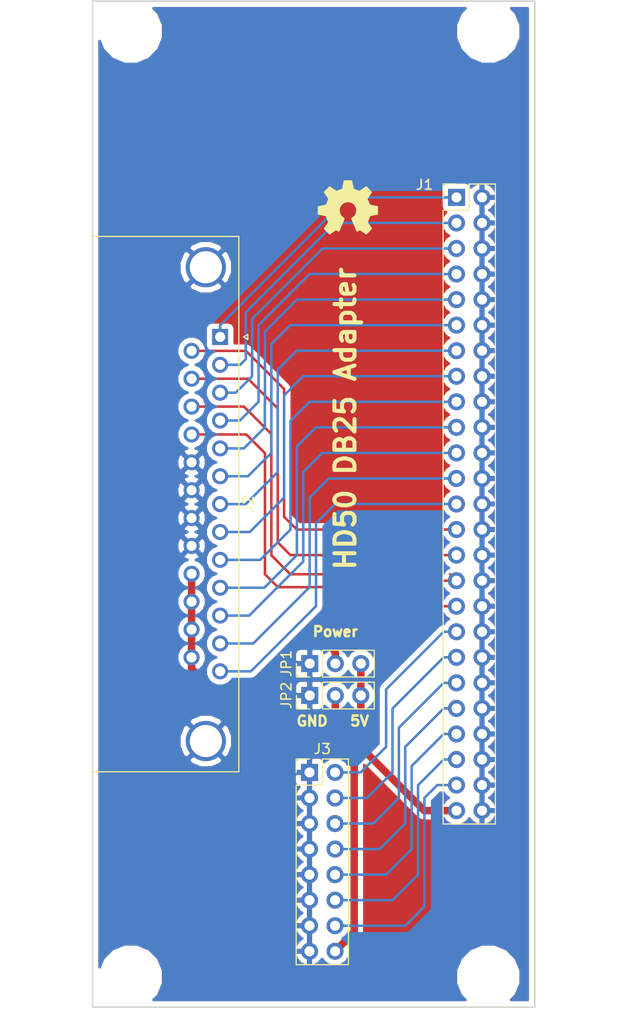
<source format=kicad_pcb>
(kicad_pcb (version 20171130) (host pcbnew "(2017-12-02 revision 3109343b9)-master")

  (general
    (thickness 1.6)
    (drawings 7)
    (tracks 160)
    (zones 0)
    (modules 10)
    (nets 29)
  )

  (page A4)
  (layers
    (0 F.Cu signal)
    (31 B.Cu signal)
    (32 B.Adhes user)
    (33 F.Adhes user)
    (34 B.Paste user)
    (35 F.Paste user)
    (36 B.SilkS user)
    (37 F.SilkS user)
    (38 B.Mask user)
    (39 F.Mask user)
    (40 Dwgs.User user)
    (41 Cmts.User user)
    (42 Eco1.User user)
    (43 Eco2.User user)
    (44 Edge.Cuts user)
    (45 Margin user)
    (46 B.CrtYd user)
    (47 F.CrtYd user)
    (48 B.Fab user)
    (49 F.Fab user)
  )

  (setup
    (last_trace_width 0.25)
    (trace_clearance 0.2)
    (zone_clearance 0.508)
    (zone_45_only no)
    (trace_min 0.2)
    (segment_width 0.2)
    (edge_width 0.15)
    (via_size 0.6)
    (via_drill 0.4)
    (via_min_size 0.4)
    (via_min_drill 0.3)
    (uvia_size 0.3)
    (uvia_drill 0.1)
    (uvias_allowed no)
    (uvia_min_size 0.2)
    (uvia_min_drill 0.1)
    (pcb_text_width 0.3)
    (pcb_text_size 1.5 1.5)
    (mod_edge_width 0.15)
    (mod_text_size 1 1)
    (mod_text_width 0.15)
    (pad_size 1.524 1.524)
    (pad_drill 0.762)
    (pad_to_mask_clearance 0.2)
    (aux_axis_origin 0 0)
    (grid_origin 74.9165 115.5425)
    (visible_elements FFFFFF7F)
    (pcbplotparams
      (layerselection 0x010f0_ffffffff)
      (usegerberextensions true)
      (usegerberattributes false)
      (usegerberadvancedattributes false)
      (creategerberjobfile false)
      (excludeedgelayer true)
      (linewidth 0.100000)
      (plotframeref false)
      (viasonmask false)
      (mode 1)
      (useauxorigin false)
      (hpglpennumber 1)
      (hpglpenspeed 20)
      (hpglpendiameter 15)
      (psnegative false)
      (psa4output false)
      (plotreference true)
      (plotvalue false)
      (plotinvisibletext false)
      (padsonsilk false)
      (subtractmaskfromsilk false)
      (outputformat 1)
      (mirror false)
      (drillshape 0)
      (scaleselection 1)
      (outputdirectory Gerber/))
  )

  (net 0 "")
  (net 1 "Net-(J1-Pad1)")
  (net 2 GND)
  (net 3 "Net-(J1-Pad3)")
  (net 4 "Net-(J1-Pad5)")
  (net 5 "Net-(J1-Pad7)")
  (net 6 "Net-(J1-Pad9)")
  (net 7 "Net-(J1-Pad11)")
  (net 8 "Net-(J1-Pad13)")
  (net 9 "Net-(J1-Pad15)")
  (net 10 "Net-(J1-Pad17)")
  (net 11 "Net-(J1-Pad19)")
  (net 12 "Net-(J1-Pad21)")
  (net 13 "Net-(J1-Pad23)")
  (net 14 "Net-(J1-Pad25)")
  (net 15 "Net-(J1-Pad27)")
  (net 16 "Net-(J1-Pad29)")
  (net 17 "Net-(J1-Pad31)")
  (net 18 "Net-(J1-Pad33)")
  (net 19 "Net-(J1-Pad35)")
  (net 20 "Net-(J1-Pad37)")
  (net 21 "Net-(J1-Pad39)")
  (net 22 "Net-(J1-Pad41)")
  (net 23 "Net-(J1-Pad43)")
  (net 24 "Net-(J1-Pad45)")
  (net 25 "Net-(J1-Pad47)")
  (net 26 "Net-(J1-Pad49)")
  (net 27 "Net-(J3-Pad16)")
  (net 28 "Net-(J2-Pad22)")

  (net_class Default "This is the default net class."
    (clearance 0.2)
    (trace_width 0.25)
    (via_dia 0.6)
    (via_drill 0.4)
    (uvia_dia 0.3)
    (uvia_drill 0.1)
    (add_net "Net-(J1-Pad1)")
    (add_net "Net-(J1-Pad11)")
    (add_net "Net-(J1-Pad13)")
    (add_net "Net-(J1-Pad15)")
    (add_net "Net-(J1-Pad17)")
    (add_net "Net-(J1-Pad19)")
    (add_net "Net-(J1-Pad21)")
    (add_net "Net-(J1-Pad23)")
    (add_net "Net-(J1-Pad25)")
    (add_net "Net-(J1-Pad27)")
    (add_net "Net-(J1-Pad29)")
    (add_net "Net-(J1-Pad3)")
    (add_net "Net-(J1-Pad31)")
    (add_net "Net-(J1-Pad33)")
    (add_net "Net-(J1-Pad35)")
    (add_net "Net-(J1-Pad37)")
    (add_net "Net-(J1-Pad39)")
    (add_net "Net-(J1-Pad41)")
    (add_net "Net-(J1-Pad43)")
    (add_net "Net-(J1-Pad45)")
    (add_net "Net-(J1-Pad47)")
    (add_net "Net-(J1-Pad5)")
    (add_net "Net-(J1-Pad7)")
    (add_net "Net-(J1-Pad9)")
  )

  (net_class power ""
    (clearance 0.3)
    (trace_width 0.75)
    (via_dia 1.2)
    (via_drill 0.8)
    (uvia_dia 0.3)
    (uvia_drill 0.1)
    (add_net GND)
    (add_net "Net-(J1-Pad49)")
    (add_net "Net-(J2-Pad22)")
    (add_net "Net-(J3-Pad16)")
  )

  (module Mounting_Holes:MountingHole_3.2mm_M3_ISO7380 (layer F.Cu) (tedit 5A11BEC7) (tstamp 5A2322DE)
    (at 114.2865 162.5325)
    (descr "Mounting Hole 3.2mm, no annular, M3, ISO7380")
    (tags "mounting hole 3.2mm no annular m3 iso7380")
    (clearance 1.5)
    (zone_connect 0)
    (attr virtual)
    (fp_text reference REF** (at 0 -3.85) (layer F.SilkS) hide
      (effects (font (size 1 1) (thickness 0.15)))
    )
    (fp_text value MountingHole_3.2mm_M3_ISO7380 (at 0 3.85) (layer F.Fab)
      (effects (font (size 1 1) (thickness 0.15)))
    )
    (fp_text user %R (at 0.3 0) (layer F.Fab)
      (effects (font (size 1 1) (thickness 0.15)))
    )
    (fp_circle (center 0 0) (end 2.85 0) (layer Cmts.User) (width 0.15))
    (fp_circle (center 0 0) (end 3.1 0) (layer F.CrtYd) (width 0.05))
    (pad 1 np_thru_hole circle (at 0 0) (size 3.2 3.2) (drill 3.2) (layers *.Cu *.Mask)
      (zone_connect 0))
  )

  (module Mounting_Holes:MountingHole_3.2mm_M3_ISO7380 (layer F.Cu) (tedit 5A11BEDA) (tstamp 5A2322B6)
    (at 114.2865 68.5525)
    (descr "Mounting Hole 3.2mm, no annular, M3, ISO7380")
    (tags "mounting hole 3.2mm no annular m3 iso7380")
    (clearance 1.5)
    (zone_connect 0)
    (attr virtual)
    (fp_text reference REF** (at 0 -3.85) (layer F.SilkS) hide
      (effects (font (size 1 1) (thickness 0.15)))
    )
    (fp_text value MountingHole_3.2mm_M3_ISO7380 (at 0 3.85) (layer F.Fab)
      (effects (font (size 1 1) (thickness 0.15)))
    )
    (fp_text user %R (at 0.3 0) (layer F.Fab)
      (effects (font (size 1 1) (thickness 0.15)))
    )
    (fp_circle (center 0 0) (end 2.85 0) (layer Cmts.User) (width 0.15))
    (fp_circle (center 0 0) (end 3.1 0) (layer F.CrtYd) (width 0.05))
    (pad 1 np_thru_hole circle (at 0 0) (size 3.2 3.2) (drill 3.2) (layers *.Cu *.Mask)
      (zone_connect 0))
  )

  (module LOGO (layer F.Cu) (tedit 0) (tstamp 5A1208E6)
    (at 100.3265 86.0425)
    (fp_text reference G*** (at 0 3.18008) (layer F.SilkS) hide
      (effects (font (size 0.27178 0.27178) (thickness 0.05334)))
    )
    (fp_text value LOGO (at 0 -3.18008) (layer F.SilkS) hide
      (effects (font (size 0.27178 0.27178) (thickness 0.05334)))
    )
    (fp_poly (pts (xy -1.81864 2.69494) (xy -1.78562 2.67716) (xy -1.71704 2.63398) (xy -1.61544 2.56794)
      (xy -1.4986 2.4892) (xy -1.37922 2.40792) (xy -1.28016 2.34188) (xy -1.21158 2.2987)
      (xy -1.18364 2.28346) (xy -1.1684 2.28854) (xy -1.11252 2.31648) (xy -1.03124 2.35966)
      (xy -0.98298 2.38252) (xy -0.90678 2.41554) (xy -0.87122 2.42316) (xy -0.8636 2.413)
      (xy -0.83566 2.35458) (xy -0.79248 2.25552) (xy -0.7366 2.12598) (xy -0.67056 1.97358)
      (xy -0.60198 1.80848) (xy -0.5334 1.64084) (xy -0.46736 1.48336) (xy -0.4064 1.33858)
      (xy -0.36068 1.22174) (xy -0.3302 1.14046) (xy -0.3175 1.1049) (xy -0.32258 1.09728)
      (xy -0.35814 1.06172) (xy -0.42418 1.01346) (xy -0.56642 0.89662) (xy -0.70612 0.72136)
      (xy -0.79248 0.52324) (xy -0.82042 0.30226) (xy -0.79756 0.09906) (xy -0.71628 -0.09652)
      (xy -0.57912 -0.27432) (xy -0.41148 -0.4064) (xy -0.21844 -0.48768) (xy 0 -0.51562)
      (xy 0.20828 -0.49276) (xy 0.40894 -0.41402) (xy 0.58674 -0.2794) (xy 0.6604 -0.19304)
      (xy 0.76454 -0.0127) (xy 0.82296 0.1778) (xy 0.82804 0.22606) (xy 0.82042 0.43688)
      (xy 0.75692 0.64008) (xy 0.6477 0.82042) (xy 0.49276 0.96774) (xy 0.47244 0.98298)
      (xy 0.40132 1.03632) (xy 0.35306 1.07188) (xy 0.31496 1.10236) (xy 0.5842 1.75006)
      (xy 0.62738 1.85166) (xy 0.70104 2.02692) (xy 0.76454 2.17932) (xy 0.81788 2.30124)
      (xy 0.85344 2.38252) (xy 0.86868 2.41554) (xy 0.87122 2.41554) (xy 0.89408 2.42062)
      (xy 0.94234 2.40284) (xy 1.03378 2.35966) (xy 1.0922 2.32918) (xy 1.16078 2.29616)
      (xy 1.19126 2.28346) (xy 1.2192 2.29616) (xy 1.28524 2.33934) (xy 1.37922 2.40538)
      (xy 1.49606 2.48158) (xy 1.60528 2.55778) (xy 1.70688 2.62382) (xy 1.78054 2.67208)
      (xy 1.8161 2.68986) (xy 1.82118 2.68986) (xy 1.8542 2.67208) (xy 1.91262 2.62382)
      (xy 1.99898 2.54) (xy 2.12344 2.41808) (xy 2.14376 2.4003) (xy 2.24536 2.29616)
      (xy 2.32918 2.20726) (xy 2.38506 2.1463) (xy 2.40538 2.11836) (xy 2.38506 2.0828)
      (xy 2.33934 2.00914) (xy 2.2733 1.90754) (xy 2.19202 1.78562) (xy 1.97612 1.47574)
      (xy 2.0955 1.18364) (xy 2.13106 1.0922) (xy 2.17678 0.98298) (xy 2.2098 0.90678)
      (xy 2.22758 0.87122) (xy 2.2606 0.86106) (xy 2.33934 0.84074) (xy 2.45618 0.81788)
      (xy 2.59588 0.79248) (xy 2.72796 0.76708) (xy 2.84734 0.74422) (xy 2.9337 0.72898)
      (xy 2.9718 0.72136) (xy 2.98196 0.71374) (xy 2.98958 0.69596) (xy 2.99466 0.65532)
      (xy 2.9972 0.58166) (xy 2.99974 0.46736) (xy 2.99974 0.30226) (xy 2.99974 0.28448)
      (xy 2.9972 0.127) (xy 2.99466 0.00254) (xy 2.98958 -0.07874) (xy 2.9845 -0.11176)
      (xy 2.9464 -0.12192) (xy 2.86258 -0.1397) (xy 2.7432 -0.16256) (xy 2.60096 -0.1905)
      (xy 2.5908 -0.1905) (xy 2.44856 -0.21844) (xy 2.33172 -0.24384) (xy 2.2479 -0.26162)
      (xy 2.21234 -0.27432) (xy 2.20472 -0.28448) (xy 2.17678 -0.34036) (xy 2.13614 -0.42672)
      (xy 2.08788 -0.5334) (xy 2.04216 -0.64516) (xy 2.00152 -0.74676) (xy 1.97612 -0.82042)
      (xy 1.9685 -0.85598) (xy 1.98882 -0.889) (xy 2.03708 -0.96266) (xy 2.1082 -1.06426)
      (xy 2.18948 -1.18618) (xy 2.1971 -1.19634) (xy 2.27838 -1.31572) (xy 2.34442 -1.41732)
      (xy 2.3876 -1.48844) (xy 2.40538 -1.52146) (xy 2.40538 -1.524) (xy 2.37744 -1.55956)
      (xy 2.31648 -1.62814) (xy 2.22758 -1.71958) (xy 2.12344 -1.82372) (xy 2.09042 -1.85674)
      (xy 1.97358 -1.97104) (xy 1.8923 -2.0447) (xy 1.8415 -2.08534) (xy 1.81864 -2.0955)
      (xy 1.8161 -2.09296) (xy 1.78054 -2.07264) (xy 1.70434 -2.02184) (xy 1.60274 -1.95326)
      (xy 1.48082 -1.86944) (xy 1.4732 -1.86436) (xy 1.35128 -1.78308) (xy 1.25222 -1.7145)
      (xy 1.1811 -1.66878) (xy 1.15062 -1.651) (xy 1.14554 -1.651) (xy 1.09728 -1.6637)
      (xy 1.01092 -1.69418) (xy 0.90678 -1.73482) (xy 0.79502 -1.778) (xy 0.69342 -1.82118)
      (xy 0.61976 -1.85674) (xy 0.5842 -1.87706) (xy 0.58166 -1.87706) (xy 0.56896 -1.92024)
      (xy 0.54864 -2.01168) (xy 0.52324 -2.1336) (xy 0.4953 -2.28092) (xy 0.49022 -2.30378)
      (xy 0.46482 -2.44856) (xy 0.44196 -2.5654) (xy 0.42418 -2.64668) (xy 0.41656 -2.68224)
      (xy 0.39624 -2.68478) (xy 0.32512 -2.68986) (xy 0.21844 -2.69494) (xy 0.0889 -2.69494)
      (xy -0.04572 -2.69494) (xy -0.1778 -2.6924) (xy -0.28956 -2.68732) (xy -0.37084 -2.68224)
      (xy -0.4064 -2.67462) (xy -0.4064 -2.67208) (xy -0.4191 -2.6289) (xy -0.43942 -2.54)
      (xy -0.46482 -2.41554) (xy -0.49276 -2.26822) (xy -0.49784 -2.24028) (xy -0.52324 -2.09804)
      (xy -0.54864 -1.9812) (xy -0.56642 -1.90246) (xy -0.57404 -1.86944) (xy -0.58674 -1.86436)
      (xy -0.64516 -1.83642) (xy -0.74168 -1.79832) (xy -0.86106 -1.75006) (xy -1.13538 -1.6383)
      (xy -1.47066 -1.86944) (xy -1.50114 -1.88976) (xy -1.62306 -1.97358) (xy -1.72212 -2.03962)
      (xy -1.79324 -2.0828) (xy -1.82118 -2.10058) (xy -1.82372 -2.09804) (xy -1.85674 -2.0701)
      (xy -1.92278 -2.0066) (xy -2.01422 -1.9177) (xy -2.1209 -1.81356) (xy -2.19964 -1.73482)
      (xy -2.29108 -1.64084) (xy -2.3495 -1.57734) (xy -2.38252 -1.5367) (xy -2.39522 -1.5113)
      (xy -2.39014 -1.49352) (xy -2.36982 -1.4605) (xy -2.31902 -1.38684) (xy -2.25044 -1.2827)
      (xy -2.16916 -1.16586) (xy -2.10058 -1.06426) (xy -2.02692 -0.9525) (xy -1.9812 -0.87122)
      (xy -1.96342 -0.83312) (xy -1.9685 -0.81534) (xy -1.99136 -0.7493) (xy -2.032 -0.65024)
      (xy -2.0828 -0.53086) (xy -2.19964 -0.26416) (xy -2.3749 -0.23114) (xy -2.47904 -0.21082)
      (xy -2.6289 -0.18288) (xy -2.77114 -0.15494) (xy -2.99212 -0.11176) (xy -2.99974 0.6985)
      (xy -2.96418 0.71374) (xy -2.93116 0.7239) (xy -2.84988 0.74168) (xy -2.73304 0.76454)
      (xy -2.59588 0.78994) (xy -2.4765 0.8128) (xy -2.35966 0.83566) (xy -2.2733 0.8509)
      (xy -2.2352 0.85852) (xy -2.22758 0.87122) (xy -2.1971 0.92964) (xy -2.15392 1.02108)
      (xy -2.1082 1.1303) (xy -2.05994 1.2446) (xy -2.0193 1.34874) (xy -1.98882 1.43002)
      (xy -1.97866 1.47066) (xy -1.9939 1.50114) (xy -2.03962 1.57226) (xy -2.10566 1.67132)
      (xy -2.1844 1.78816) (xy -2.26568 1.90754) (xy -2.33426 2.0066) (xy -2.38252 2.08026)
      (xy -2.4003 2.11328) (xy -2.39014 2.13614) (xy -2.34442 2.19202) (xy -2.25552 2.28346)
      (xy -2.12344 2.41554) (xy -2.10058 2.43586) (xy -1.99644 2.53746) (xy -1.90754 2.61874)
      (xy -1.84658 2.67462) (xy -1.81864 2.69494)) (layer F.SilkS) (width 0.00254))
  )

  (module Pin_Headers:Pin_Header_Straight_2x25_Pitch2.54mm (layer F.Cu) (tedit 5A102E9C) (tstamp 5A102181)
    (at 111.125 85.05)
    (descr "Through hole straight pin header, 2x25, 2.54mm pitch, double rows")
    (tags "Through hole pin header THT 2x25 2.54mm double row")
    (path /5A0F81B0)
    (fp_text reference J1 (at -3.175 -1.27) (layer F.SilkS)
      (effects (font (size 1 1) (thickness 0.15)))
    )
    (fp_text value Conn_02x25_Odd_Even (at 6.08 52.48 90) (layer F.Fab)
      (effects (font (size 1 1) (thickness 0.15)))
    )
    (fp_line (start 0 -1.27) (end 3.81 -1.27) (layer F.Fab) (width 0.1))
    (fp_line (start 3.81 -1.27) (end 3.81 62.23) (layer F.Fab) (width 0.1))
    (fp_line (start 3.81 62.23) (end -1.27 62.23) (layer F.Fab) (width 0.1))
    (fp_line (start -1.27 62.23) (end -1.27 0) (layer F.Fab) (width 0.1))
    (fp_line (start -1.27 0) (end 0 -1.27) (layer F.Fab) (width 0.1))
    (fp_line (start -1.33 62.29) (end 3.87 62.29) (layer F.SilkS) (width 0.12))
    (fp_line (start -1.33 1.27) (end -1.33 62.29) (layer F.SilkS) (width 0.12))
    (fp_line (start 3.87 -1.33) (end 3.87 62.29) (layer F.SilkS) (width 0.12))
    (fp_line (start -1.33 1.27) (end 1.27 1.27) (layer F.SilkS) (width 0.12))
    (fp_line (start 1.27 1.27) (end 1.27 -1.33) (layer F.SilkS) (width 0.12))
    (fp_line (start 1.27 -1.33) (end 3.87 -1.33) (layer F.SilkS) (width 0.12))
    (fp_line (start -1.33 0) (end -1.33 -1.33) (layer F.SilkS) (width 0.12))
    (fp_line (start -1.33 -1.33) (end 0 -1.33) (layer F.SilkS) (width 0.12))
    (fp_line (start -1.8 -1.8) (end -1.8 62.75) (layer F.CrtYd) (width 0.05))
    (fp_line (start -1.8 62.75) (end 4.35 62.75) (layer F.CrtYd) (width 0.05))
    (fp_line (start 4.35 62.75) (end 4.35 -1.8) (layer F.CrtYd) (width 0.05))
    (fp_line (start 4.35 -1.8) (end -1.8 -1.8) (layer F.CrtYd) (width 0.05))
    (fp_text user %R (at 1.27 30.48 90) (layer F.Fab)
      (effects (font (size 1 1) (thickness 0.15)))
    )
    (pad 1 thru_hole rect (at 0 0) (size 1.7 1.7) (drill 1) (layers *.Cu *.Mask)
      (net 1 "Net-(J1-Pad1)"))
    (pad 2 thru_hole oval (at 2.54 0) (size 1.7 1.7) (drill 1) (layers *.Cu *.Mask)
      (net 2 GND))
    (pad 3 thru_hole oval (at 0 2.54) (size 1.7 1.7) (drill 1) (layers *.Cu *.Mask)
      (net 3 "Net-(J1-Pad3)"))
    (pad 4 thru_hole oval (at 2.54 2.54) (size 1.7 1.7) (drill 1) (layers *.Cu *.Mask)
      (net 2 GND))
    (pad 5 thru_hole oval (at 0 5.08) (size 1.7 1.7) (drill 1) (layers *.Cu *.Mask)
      (net 4 "Net-(J1-Pad5)"))
    (pad 6 thru_hole oval (at 2.54 5.08) (size 1.7 1.7) (drill 1) (layers *.Cu *.Mask)
      (net 2 GND))
    (pad 7 thru_hole oval (at 0 7.62) (size 1.7 1.7) (drill 1) (layers *.Cu *.Mask)
      (net 5 "Net-(J1-Pad7)"))
    (pad 8 thru_hole oval (at 2.54 7.62) (size 1.7 1.7) (drill 1) (layers *.Cu *.Mask)
      (net 2 GND))
    (pad 9 thru_hole oval (at 0 10.16) (size 1.7 1.7) (drill 1) (layers *.Cu *.Mask)
      (net 6 "Net-(J1-Pad9)"))
    (pad 10 thru_hole oval (at 2.54 10.16) (size 1.7 1.7) (drill 1) (layers *.Cu *.Mask)
      (net 2 GND))
    (pad 11 thru_hole oval (at 0 12.7) (size 1.7 1.7) (drill 1) (layers *.Cu *.Mask)
      (net 7 "Net-(J1-Pad11)"))
    (pad 12 thru_hole oval (at 2.54 12.7) (size 1.7 1.7) (drill 1) (layers *.Cu *.Mask)
      (net 2 GND))
    (pad 13 thru_hole oval (at 0 15.24) (size 1.7 1.7) (drill 1) (layers *.Cu *.Mask)
      (net 8 "Net-(J1-Pad13)"))
    (pad 14 thru_hole oval (at 2.54 15.24) (size 1.7 1.7) (drill 1) (layers *.Cu *.Mask)
      (net 2 GND))
    (pad 15 thru_hole oval (at 0 17.78) (size 1.7 1.7) (drill 1) (layers *.Cu *.Mask)
      (net 9 "Net-(J1-Pad15)"))
    (pad 16 thru_hole oval (at 2.54 17.78) (size 1.7 1.7) (drill 1) (layers *.Cu *.Mask)
      (net 2 GND))
    (pad 17 thru_hole oval (at 0 20.32) (size 1.7 1.7) (drill 1) (layers *.Cu *.Mask)
      (net 10 "Net-(J1-Pad17)"))
    (pad 18 thru_hole oval (at 2.54 20.32) (size 1.7 1.7) (drill 1) (layers *.Cu *.Mask)
      (net 2 GND))
    (pad 19 thru_hole oval (at 0 22.86) (size 1.7 1.7) (drill 1) (layers *.Cu *.Mask)
      (net 11 "Net-(J1-Pad19)"))
    (pad 20 thru_hole oval (at 2.54 22.86) (size 1.7 1.7) (drill 1) (layers *.Cu *.Mask)
      (net 2 GND))
    (pad 21 thru_hole oval (at 0 25.4) (size 1.7 1.7) (drill 1) (layers *.Cu *.Mask)
      (net 12 "Net-(J1-Pad21)"))
    (pad 22 thru_hole oval (at 2.54 25.4) (size 1.7 1.7) (drill 1) (layers *.Cu *.Mask)
      (net 2 GND))
    (pad 23 thru_hole oval (at 0 27.94) (size 1.7 1.7) (drill 1) (layers *.Cu *.Mask)
      (net 13 "Net-(J1-Pad23)"))
    (pad 24 thru_hole oval (at 2.54 27.94) (size 1.7 1.7) (drill 1) (layers *.Cu *.Mask)
      (net 2 GND))
    (pad 25 thru_hole oval (at 0 30.48) (size 1.7 1.7) (drill 1) (layers *.Cu *.Mask)
      (net 14 "Net-(J1-Pad25)"))
    (pad 26 thru_hole oval (at 2.54 30.48) (size 1.7 1.7) (drill 1) (layers *.Cu *.Mask)
      (net 2 GND))
    (pad 27 thru_hole oval (at 0 33.02) (size 1.7 1.7) (drill 1) (layers *.Cu *.Mask)
      (net 15 "Net-(J1-Pad27)"))
    (pad 28 thru_hole oval (at 2.54 33.02) (size 1.7 1.7) (drill 1) (layers *.Cu *.Mask)
      (net 2 GND))
    (pad 29 thru_hole oval (at 0 35.56) (size 1.7 1.7) (drill 1) (layers *.Cu *.Mask)
      (net 16 "Net-(J1-Pad29)"))
    (pad 30 thru_hole oval (at 2.54 35.56) (size 1.7 1.7) (drill 1) (layers *.Cu *.Mask)
      (net 2 GND))
    (pad 31 thru_hole oval (at 0 38.1) (size 1.7 1.7) (drill 1) (layers *.Cu *.Mask)
      (net 17 "Net-(J1-Pad31)"))
    (pad 32 thru_hole oval (at 2.54 38.1) (size 1.7 1.7) (drill 1) (layers *.Cu *.Mask)
      (net 2 GND))
    (pad 33 thru_hole oval (at 0 40.64) (size 1.7 1.7) (drill 1) (layers *.Cu *.Mask)
      (net 18 "Net-(J1-Pad33)"))
    (pad 34 thru_hole oval (at 2.54 40.64) (size 1.7 1.7) (drill 1) (layers *.Cu *.Mask)
      (net 2 GND))
    (pad 35 thru_hole oval (at 0 43.18) (size 1.7 1.7) (drill 1) (layers *.Cu *.Mask)
      (net 19 "Net-(J1-Pad35)"))
    (pad 36 thru_hole oval (at 2.54 43.18) (size 1.7 1.7) (drill 1) (layers *.Cu *.Mask)
      (net 2 GND))
    (pad 37 thru_hole oval (at 0 45.72) (size 1.7 1.7) (drill 1) (layers *.Cu *.Mask)
      (net 20 "Net-(J1-Pad37)"))
    (pad 38 thru_hole oval (at 2.54 45.72) (size 1.7 1.7) (drill 1) (layers *.Cu *.Mask)
      (net 2 GND))
    (pad 39 thru_hole oval (at 0 48.26) (size 1.7 1.7) (drill 1) (layers *.Cu *.Mask)
      (net 21 "Net-(J1-Pad39)"))
    (pad 40 thru_hole oval (at 2.54 48.26) (size 1.7 1.7) (drill 1) (layers *.Cu *.Mask)
      (net 2 GND))
    (pad 41 thru_hole oval (at 0 50.8) (size 1.7 1.7) (drill 1) (layers *.Cu *.Mask)
      (net 22 "Net-(J1-Pad41)"))
    (pad 42 thru_hole oval (at 2.54 50.8) (size 1.7 1.7) (drill 1) (layers *.Cu *.Mask)
      (net 2 GND))
    (pad 43 thru_hole oval (at 0 53.34) (size 1.7 1.7) (drill 1) (layers *.Cu *.Mask)
      (net 23 "Net-(J1-Pad43)"))
    (pad 44 thru_hole oval (at 2.54 53.34) (size 1.7 1.7) (drill 1) (layers *.Cu *.Mask)
      (net 2 GND))
    (pad 45 thru_hole oval (at 0 55.88) (size 1.7 1.7) (drill 1) (layers *.Cu *.Mask)
      (net 24 "Net-(J1-Pad45)"))
    (pad 46 thru_hole oval (at 2.54 55.88) (size 1.7 1.7) (drill 1) (layers *.Cu *.Mask)
      (net 2 GND))
    (pad 47 thru_hole oval (at 0 58.42) (size 1.7 1.7) (drill 1) (layers *.Cu *.Mask)
      (net 25 "Net-(J1-Pad47)"))
    (pad 48 thru_hole oval (at 2.54 58.42) (size 1.7 1.7) (drill 1) (layers *.Cu *.Mask)
      (net 2 GND))
    (pad 49 thru_hole oval (at 0 60.96) (size 1.7 1.7) (drill 1) (layers *.Cu *.Mask)
      (net 26 "Net-(J1-Pad49)"))
    (pad 50 thru_hole oval (at 2.54 60.96) (size 1.7 1.7) (drill 1) (layers *.Cu *.Mask)
      (net 2 GND))
    (model ${KISYS3DMOD}/Pin_Headers.3dshapes/Pin_Header_Straight_2x25_Pitch2.54mm.wrl
      (at (xyz 0 0 0))
      (scale (xyz 1 1 1))
      (rotate (xyz 0 0 0))
    )
  )

  (module Mounting_Holes:MountingHole_3.2mm_M3_ISO7380 (layer F.Cu) (tedit 5A11BEDA) (tstamp 5A11D592)
    (at 78.7265 68.5525)
    (descr "Mounting Hole 3.2mm, no annular, M3, ISO7380")
    (tags "mounting hole 3.2mm no annular m3 iso7380")
    (clearance 1.5)
    (zone_connect 0)
    (attr virtual)
    (fp_text reference REF** (at 0 -3.85) (layer F.SilkS) hide
      (effects (font (size 1 1) (thickness 0.15)))
    )
    (fp_text value MountingHole_3.2mm_M3_ISO7380 (at 0 3.85) (layer F.Fab)
      (effects (font (size 1 1) (thickness 0.15)))
    )
    (fp_text user %R (at 0.3 0) (layer F.Fab)
      (effects (font (size 1 1) (thickness 0.15)))
    )
    (fp_circle (center 0 0) (end 2.85 0) (layer Cmts.User) (width 0.15))
    (fp_circle (center 0 0) (end 3.1 0) (layer F.CrtYd) (width 0.05))
    (pad 1 np_thru_hole circle (at 0 0) (size 3.2 3.2) (drill 3.2) (layers *.Cu *.Mask)
      (zone_connect 0))
  )

  (module Mounting_Holes:MountingHole_3.2mm_M3_ISO7380 (layer F.Cu) (tedit 5A11BEC7) (tstamp 5A11D593)
    (at 78.7265 162.5325)
    (descr "Mounting Hole 3.2mm, no annular, M3, ISO7380")
    (tags "mounting hole 3.2mm no annular m3 iso7380")
    (clearance 1.5)
    (zone_connect 0)
    (attr virtual)
    (fp_text reference REF** (at 0 -3.85) (layer F.SilkS) hide
      (effects (font (size 1 1) (thickness 0.15)))
    )
    (fp_text value MountingHole_3.2mm_M3_ISO7380 (at 0 3.85) (layer F.Fab)
      (effects (font (size 1 1) (thickness 0.15)))
    )
    (fp_text user %R (at 0.3 0) (layer F.Fab)
      (effects (font (size 1 1) (thickness 0.15)))
    )
    (fp_circle (center 0 0) (end 2.85 0) (layer Cmts.User) (width 0.15))
    (fp_circle (center 0 0) (end 3.1 0) (layer F.CrtYd) (width 0.05))
    (pad 1 np_thru_hole circle (at 0 0) (size 3.2 3.2) (drill 3.2) (layers *.Cu *.Mask)
      (zone_connect 0))
  )

  (module Pin_Headers:Pin_Header_Straight_1x03_Pitch2.54mm (layer F.Cu) (tedit 59650532) (tstamp 5A12353F)
    (at 96.5335 131.3925 90)
    (descr "Through hole straight pin header, 1x03, 2.54mm pitch, single row")
    (tags "Through hole pin header THT 1x03 2.54mm single row")
    (path /5A11B148)
    (fp_text reference JP1 (at 0 -2.33 90) (layer F.SilkS)
      (effects (font (size 1 1) (thickness 0.15)))
    )
    (fp_text value Jumper_NC_Dual (at 0 7.41 90) (layer F.Fab)
      (effects (font (size 1 1) (thickness 0.15)))
    )
    (fp_line (start -0.635 -1.27) (end 1.27 -1.27) (layer F.Fab) (width 0.1))
    (fp_line (start 1.27 -1.27) (end 1.27 6.35) (layer F.Fab) (width 0.1))
    (fp_line (start 1.27 6.35) (end -1.27 6.35) (layer F.Fab) (width 0.1))
    (fp_line (start -1.27 6.35) (end -1.27 -0.635) (layer F.Fab) (width 0.1))
    (fp_line (start -1.27 -0.635) (end -0.635 -1.27) (layer F.Fab) (width 0.1))
    (fp_line (start -1.33 6.41) (end 1.33 6.41) (layer F.SilkS) (width 0.12))
    (fp_line (start -1.33 1.27) (end -1.33 6.41) (layer F.SilkS) (width 0.12))
    (fp_line (start 1.33 1.27) (end 1.33 6.41) (layer F.SilkS) (width 0.12))
    (fp_line (start -1.33 1.27) (end 1.33 1.27) (layer F.SilkS) (width 0.12))
    (fp_line (start -1.33 0) (end -1.33 -1.33) (layer F.SilkS) (width 0.12))
    (fp_line (start -1.33 -1.33) (end 0 -1.33) (layer F.SilkS) (width 0.12))
    (fp_line (start -1.8 -1.8) (end -1.8 6.85) (layer F.CrtYd) (width 0.05))
    (fp_line (start -1.8 6.85) (end 1.8 6.85) (layer F.CrtYd) (width 0.05))
    (fp_line (start 1.8 6.85) (end 1.8 -1.8) (layer F.CrtYd) (width 0.05))
    (fp_line (start 1.8 -1.8) (end -1.8 -1.8) (layer F.CrtYd) (width 0.05))
    (fp_text user %R (at 0 2.54 180) (layer F.Fab)
      (effects (font (size 1 1) (thickness 0.15)))
    )
    (pad 1 thru_hole rect (at 0 0 90) (size 1.7 1.7) (drill 1) (layers *.Cu *.Mask)
      (net 2 GND))
    (pad 2 thru_hole oval (at 0 2.54 90) (size 1.7 1.7) (drill 1) (layers *.Cu *.Mask)
      (net 28 "Net-(J2-Pad22)"))
    (pad 3 thru_hole oval (at 0 5.08 90) (size 1.7 1.7) (drill 1) (layers *.Cu *.Mask)
      (net 26 "Net-(J1-Pad49)"))
    (model ${KISYS3DMOD}/Pin_Headers.3dshapes/Pin_Header_Straight_1x03_Pitch2.54mm.wrl
      (at (xyz 0 0 0))
      (scale (xyz 1 1 1))
      (rotate (xyz 0 0 0))
    )
  )

  (module Pin_Headers:Pin_Header_Straight_2x08_Pitch2.54mm (layer F.Cu) (tedit 59650532) (tstamp 5A11FC6F)
    (at 96.5065 142.2125)
    (descr "Through hole straight pin header, 2x08, 2.54mm pitch, double rows")
    (tags "Through hole pin header THT 2x08 2.54mm double row")
    (path /5A11F7E8)
    (fp_text reference J3 (at 1.27 -2.33) (layer F.SilkS)
      (effects (font (size 1 1) (thickness 0.15)))
    )
    (fp_text value Conn_02x08_Odd_Even (at 1.27 20.11) (layer F.Fab)
      (effects (font (size 1 1) (thickness 0.15)))
    )
    (fp_line (start 0 -1.27) (end 3.81 -1.27) (layer F.Fab) (width 0.1))
    (fp_line (start 3.81 -1.27) (end 3.81 19.05) (layer F.Fab) (width 0.1))
    (fp_line (start 3.81 19.05) (end -1.27 19.05) (layer F.Fab) (width 0.1))
    (fp_line (start -1.27 19.05) (end -1.27 0) (layer F.Fab) (width 0.1))
    (fp_line (start -1.27 0) (end 0 -1.27) (layer F.Fab) (width 0.1))
    (fp_line (start -1.33 19.11) (end 3.87 19.11) (layer F.SilkS) (width 0.12))
    (fp_line (start -1.33 1.27) (end -1.33 19.11) (layer F.SilkS) (width 0.12))
    (fp_line (start 3.87 -1.33) (end 3.87 19.11) (layer F.SilkS) (width 0.12))
    (fp_line (start -1.33 1.27) (end 1.27 1.27) (layer F.SilkS) (width 0.12))
    (fp_line (start 1.27 1.27) (end 1.27 -1.33) (layer F.SilkS) (width 0.12))
    (fp_line (start 1.27 -1.33) (end 3.87 -1.33) (layer F.SilkS) (width 0.12))
    (fp_line (start -1.33 0) (end -1.33 -1.33) (layer F.SilkS) (width 0.12))
    (fp_line (start -1.33 -1.33) (end 0 -1.33) (layer F.SilkS) (width 0.12))
    (fp_line (start -1.8 -1.8) (end -1.8 19.55) (layer F.CrtYd) (width 0.05))
    (fp_line (start -1.8 19.55) (end 4.35 19.55) (layer F.CrtYd) (width 0.05))
    (fp_line (start 4.35 19.55) (end 4.35 -1.8) (layer F.CrtYd) (width 0.05))
    (fp_line (start 4.35 -1.8) (end -1.8 -1.8) (layer F.CrtYd) (width 0.05))
    (fp_text user %R (at 1.27 8.89 90) (layer F.Fab)
      (effects (font (size 1 1) (thickness 0.15)))
    )
    (pad 1 thru_hole rect (at 0 0) (size 1.7 1.7) (drill 1) (layers *.Cu *.Mask)
      (net 2 GND))
    (pad 2 thru_hole oval (at 2.54 0) (size 1.7 1.7) (drill 1) (layers *.Cu *.Mask)
      (net 19 "Net-(J1-Pad35)"))
    (pad 3 thru_hole oval (at 0 2.54) (size 1.7 1.7) (drill 1) (layers *.Cu *.Mask)
      (net 2 GND))
    (pad 4 thru_hole oval (at 2.54 2.54) (size 1.7 1.7) (drill 1) (layers *.Cu *.Mask)
      (net 20 "Net-(J1-Pad37)"))
    (pad 5 thru_hole oval (at 0 5.08) (size 1.7 1.7) (drill 1) (layers *.Cu *.Mask)
      (net 2 GND))
    (pad 6 thru_hole oval (at 2.54 5.08) (size 1.7 1.7) (drill 1) (layers *.Cu *.Mask)
      (net 21 "Net-(J1-Pad39)"))
    (pad 7 thru_hole oval (at 0 7.62) (size 1.7 1.7) (drill 1) (layers *.Cu *.Mask)
      (net 2 GND))
    (pad 8 thru_hole oval (at 2.54 7.62) (size 1.7 1.7) (drill 1) (layers *.Cu *.Mask)
      (net 22 "Net-(J1-Pad41)"))
    (pad 9 thru_hole oval (at 0 10.16) (size 1.7 1.7) (drill 1) (layers *.Cu *.Mask)
      (net 2 GND))
    (pad 10 thru_hole oval (at 2.54 10.16) (size 1.7 1.7) (drill 1) (layers *.Cu *.Mask)
      (net 23 "Net-(J1-Pad43)"))
    (pad 11 thru_hole oval (at 0 12.7) (size 1.7 1.7) (drill 1) (layers *.Cu *.Mask)
      (net 2 GND))
    (pad 12 thru_hole oval (at 2.54 12.7) (size 1.7 1.7) (drill 1) (layers *.Cu *.Mask)
      (net 24 "Net-(J1-Pad45)"))
    (pad 13 thru_hole oval (at 0 15.24) (size 1.7 1.7) (drill 1) (layers *.Cu *.Mask)
      (net 2 GND))
    (pad 14 thru_hole oval (at 2.54 15.24) (size 1.7 1.7) (drill 1) (layers *.Cu *.Mask)
      (net 25 "Net-(J1-Pad47)"))
    (pad 15 thru_hole oval (at 0 17.78) (size 1.7 1.7) (drill 1) (layers *.Cu *.Mask)
      (net 2 GND))
    (pad 16 thru_hole oval (at 2.54 17.78) (size 1.7 1.7) (drill 1) (layers *.Cu *.Mask)
      (net 27 "Net-(J3-Pad16)"))
    (model ${KISYS3DMOD}/Pin_Headers.3dshapes/Pin_Header_Straight_2x08_Pitch2.54mm.wrl
      (at (xyz 0 0 0))
      (scale (xyz 1 1 1))
      (rotate (xyz 0 0 0))
    )
  )

  (module Pin_Headers:Pin_Header_Straight_1x03_Pitch2.54mm (layer F.Cu) (tedit 59650532) (tstamp 5A11FC76)
    (at 96.5335 134.5675 90)
    (descr "Through hole straight pin header, 1x03, 2.54mm pitch, single row")
    (tags "Through hole pin header THT 1x03 2.54mm single row")
    (path /5A12015D)
    (fp_text reference JP2 (at 0 -2.33 90) (layer F.SilkS)
      (effects (font (size 1 1) (thickness 0.15)))
    )
    (fp_text value Jumper_NC_Dual (at 0 7.41 90) (layer F.Fab)
      (effects (font (size 1 1) (thickness 0.15)))
    )
    (fp_line (start -0.635 -1.27) (end 1.27 -1.27) (layer F.Fab) (width 0.1))
    (fp_line (start 1.27 -1.27) (end 1.27 6.35) (layer F.Fab) (width 0.1))
    (fp_line (start 1.27 6.35) (end -1.27 6.35) (layer F.Fab) (width 0.1))
    (fp_line (start -1.27 6.35) (end -1.27 -0.635) (layer F.Fab) (width 0.1))
    (fp_line (start -1.27 -0.635) (end -0.635 -1.27) (layer F.Fab) (width 0.1))
    (fp_line (start -1.33 6.41) (end 1.33 6.41) (layer F.SilkS) (width 0.12))
    (fp_line (start -1.33 1.27) (end -1.33 6.41) (layer F.SilkS) (width 0.12))
    (fp_line (start 1.33 1.27) (end 1.33 6.41) (layer F.SilkS) (width 0.12))
    (fp_line (start -1.33 1.27) (end 1.33 1.27) (layer F.SilkS) (width 0.12))
    (fp_line (start -1.33 0) (end -1.33 -1.33) (layer F.SilkS) (width 0.12))
    (fp_line (start -1.33 -1.33) (end 0 -1.33) (layer F.SilkS) (width 0.12))
    (fp_line (start -1.8 -1.8) (end -1.8 6.85) (layer F.CrtYd) (width 0.05))
    (fp_line (start -1.8 6.85) (end 1.8 6.85) (layer F.CrtYd) (width 0.05))
    (fp_line (start 1.8 6.85) (end 1.8 -1.8) (layer F.CrtYd) (width 0.05))
    (fp_line (start 1.8 -1.8) (end -1.8 -1.8) (layer F.CrtYd) (width 0.05))
    (fp_text user %R (at 0 2.54 180) (layer F.Fab)
      (effects (font (size 1 1) (thickness 0.15)))
    )
    (pad 1 thru_hole rect (at 0 0 90) (size 1.7 1.7) (drill 1) (layers *.Cu *.Mask)
      (net 2 GND))
    (pad 2 thru_hole oval (at 0 2.54 90) (size 1.7 1.7) (drill 1) (layers *.Cu *.Mask)
      (net 27 "Net-(J3-Pad16)"))
    (pad 3 thru_hole oval (at 0 5.08 90) (size 1.7 1.7) (drill 1) (layers *.Cu *.Mask)
      (net 26 "Net-(J1-Pad49)"))
    (model ${KISYS3DMOD}/Pin_Headers.3dshapes/Pin_Header_Straight_1x03_Pitch2.54mm.wrl
      (at (xyz 0 0 0))
      (scale (xyz 1 1 1))
      (rotate (xyz 0 0 0))
    )
  )

  (module Connectors_DSub:DSUB-25_Male_Horizontal_Pitch2.77x2.84mm_EdgePinOffset9.90mm_Housed_MountingHolesOffset11.32mm (layer F.Cu) (tedit 59F2C3AB) (tstamp 5A231C8D)
    (at 87.6165 98.9225 270)
    (descr "25-pin D-Sub connector, horizontal/angled (90 deg), THT-mount, male, pitch 2.77x2.84mm, pin-PCB-offset 9.9mm, distance of mounting holes 47.1mm, distance of mounting holes to PCB edge 11.32mm, see https://disti-assets.s3.amazonaws.com/tonar/files/datasheets/16730.pdf")
    (tags "25-pin D-Sub connector horizontal angled 90deg THT male pitch 2.77x2.84mm pin-PCB-offset 9.9mm mounting-holes-distance 47.1mm mounting-hole-offset 47.1mm")
    (path /5A231C41)
    (fp_text reference J2 (at 16.62 -2.8 270) (layer F.SilkS)
      (effects (font (size 1 1) (thickness 0.15)))
    )
    (fp_text value DB25_Male_MountingHoles (at 16.62 20.64 270) (layer F.Fab)
      (effects (font (size 1 1) (thickness 0.15)))
    )
    (fp_arc (start -6.93 1.42) (end -8.53 1.42) (angle 180) (layer F.Fab) (width 0.1))
    (fp_arc (start 40.17 1.42) (end 38.57 1.42) (angle 180) (layer F.Fab) (width 0.1))
    (fp_line (start -9.93 -1.8) (end -9.93 12.74) (layer F.Fab) (width 0.1))
    (fp_line (start -9.93 12.74) (end 43.17 12.74) (layer F.Fab) (width 0.1))
    (fp_line (start 43.17 12.74) (end 43.17 -1.8) (layer F.Fab) (width 0.1))
    (fp_line (start 43.17 -1.8) (end -9.93 -1.8) (layer F.Fab) (width 0.1))
    (fp_line (start -9.93 12.74) (end -9.93 13.14) (layer F.Fab) (width 0.1))
    (fp_line (start -9.93 13.14) (end 43.17 13.14) (layer F.Fab) (width 0.1))
    (fp_line (start 43.17 13.14) (end 43.17 12.74) (layer F.Fab) (width 0.1))
    (fp_line (start 43.17 12.74) (end -9.93 12.74) (layer F.Fab) (width 0.1))
    (fp_line (start -2.53 13.14) (end -2.53 19.14) (layer F.Fab) (width 0.1))
    (fp_line (start -2.53 19.14) (end 35.77 19.14) (layer F.Fab) (width 0.1))
    (fp_line (start 35.77 19.14) (end 35.77 13.14) (layer F.Fab) (width 0.1))
    (fp_line (start 35.77 13.14) (end -2.53 13.14) (layer F.Fab) (width 0.1))
    (fp_line (start -9.43 13.14) (end -9.43 18.14) (layer F.Fab) (width 0.1))
    (fp_line (start -9.43 18.14) (end -4.43 18.14) (layer F.Fab) (width 0.1))
    (fp_line (start -4.43 18.14) (end -4.43 13.14) (layer F.Fab) (width 0.1))
    (fp_line (start -4.43 13.14) (end -9.43 13.14) (layer F.Fab) (width 0.1))
    (fp_line (start 37.67 13.14) (end 37.67 18.14) (layer F.Fab) (width 0.1))
    (fp_line (start 37.67 18.14) (end 42.67 18.14) (layer F.Fab) (width 0.1))
    (fp_line (start 42.67 18.14) (end 42.67 13.14) (layer F.Fab) (width 0.1))
    (fp_line (start 42.67 13.14) (end 37.67 13.14) (layer F.Fab) (width 0.1))
    (fp_line (start -8.53 12.74) (end -8.53 1.42) (layer F.Fab) (width 0.1))
    (fp_line (start -5.33 12.74) (end -5.33 1.42) (layer F.Fab) (width 0.1))
    (fp_line (start 38.57 12.74) (end 38.57 1.42) (layer F.Fab) (width 0.1))
    (fp_line (start 41.77 12.74) (end 41.77 1.42) (layer F.Fab) (width 0.1))
    (fp_line (start -9.99 12.68) (end -9.99 -1.86) (layer F.SilkS) (width 0.12))
    (fp_line (start -9.99 -1.86) (end 43.23 -1.86) (layer F.SilkS) (width 0.12))
    (fp_line (start 43.23 -1.86) (end 43.23 12.68) (layer F.SilkS) (width 0.12))
    (fp_line (start -0.25 -2.754338) (end 0.25 -2.754338) (layer F.SilkS) (width 0.12))
    (fp_line (start 0.25 -2.754338) (end 0 -2.321325) (layer F.SilkS) (width 0.12))
    (fp_line (start 0 -2.321325) (end -0.25 -2.754338) (layer F.SilkS) (width 0.12))
    (fp_line (start -10.45 -2.35) (end -10.45 19.65) (layer F.CrtYd) (width 0.05))
    (fp_line (start -10.45 19.65) (end 43.7 19.65) (layer F.CrtYd) (width 0.05))
    (fp_line (start 43.7 19.65) (end 43.7 -2.35) (layer F.CrtYd) (width 0.05))
    (fp_line (start 43.7 -2.35) (end -10.45 -2.35) (layer F.CrtYd) (width 0.05))
    (fp_text user %R (at 16.62 16.14 270) (layer F.Fab)
      (effects (font (size 1 1) (thickness 0.15)))
    )
    (pad 1 thru_hole rect (at 0 0 270) (size 1.6 1.6) (drill 1) (layers *.Cu *.Mask)
      (net 1 "Net-(J1-Pad1)"))
    (pad 2 thru_hole circle (at 2.77 0 270) (size 1.6 1.6) (drill 1) (layers *.Cu *.Mask)
      (net 3 "Net-(J1-Pad3)"))
    (pad 3 thru_hole circle (at 5.54 0 270) (size 1.6 1.6) (drill 1) (layers *.Cu *.Mask)
      (net 4 "Net-(J1-Pad5)"))
    (pad 4 thru_hole circle (at 8.31 0 270) (size 1.6 1.6) (drill 1) (layers *.Cu *.Mask)
      (net 5 "Net-(J1-Pad7)"))
    (pad 5 thru_hole circle (at 11.08 0 270) (size 1.6 1.6) (drill 1) (layers *.Cu *.Mask)
      (net 6 "Net-(J1-Pad9)"))
    (pad 6 thru_hole circle (at 13.85 0 270) (size 1.6 1.6) (drill 1) (layers *.Cu *.Mask)
      (net 7 "Net-(J1-Pad11)"))
    (pad 7 thru_hole circle (at 16.62 0 270) (size 1.6 1.6) (drill 1) (layers *.Cu *.Mask)
      (net 8 "Net-(J1-Pad13)"))
    (pad 8 thru_hole circle (at 19.39 0 270) (size 1.6 1.6) (drill 1) (layers *.Cu *.Mask)
      (net 9 "Net-(J1-Pad15)"))
    (pad 9 thru_hole circle (at 22.16 0 270) (size 1.6 1.6) (drill 1) (layers *.Cu *.Mask)
      (net 10 "Net-(J1-Pad17)"))
    (pad 10 thru_hole circle (at 24.93 0 270) (size 1.6 1.6) (drill 1) (layers *.Cu *.Mask)
      (net 11 "Net-(J1-Pad19)"))
    (pad 11 thru_hole circle (at 27.7 0 270) (size 1.6 1.6) (drill 1) (layers *.Cu *.Mask)
      (net 12 "Net-(J1-Pad21)"))
    (pad 12 thru_hole circle (at 30.47 0 270) (size 1.6 1.6) (drill 1) (layers *.Cu *.Mask)
      (net 13 "Net-(J1-Pad23)"))
    (pad 13 thru_hole circle (at 33.24 0 270) (size 1.6 1.6) (drill 1) (layers *.Cu *.Mask)
      (net 14 "Net-(J1-Pad25)"))
    (pad 14 thru_hole circle (at 1.385 2.84 270) (size 1.6 1.6) (drill 1) (layers *.Cu *.Mask)
      (net 15 "Net-(J1-Pad27)"))
    (pad 15 thru_hole circle (at 4.155 2.84 270) (size 1.6 1.6) (drill 1) (layers *.Cu *.Mask)
      (net 16 "Net-(J1-Pad29)"))
    (pad 16 thru_hole circle (at 6.925 2.84 270) (size 1.6 1.6) (drill 1) (layers *.Cu *.Mask)
      (net 17 "Net-(J1-Pad31)"))
    (pad 17 thru_hole circle (at 9.695 2.84 270) (size 1.6 1.6) (drill 1) (layers *.Cu *.Mask)
      (net 18 "Net-(J1-Pad33)"))
    (pad 18 thru_hole circle (at 12.465 2.84 270) (size 1.6 1.6) (drill 1) (layers *.Cu *.Mask)
      (net 2 GND))
    (pad 19 thru_hole circle (at 15.235 2.84 270) (size 1.6 1.6) (drill 1) (layers *.Cu *.Mask)
      (net 2 GND))
    (pad 20 thru_hole circle (at 18.005 2.84 270) (size 1.6 1.6) (drill 1) (layers *.Cu *.Mask)
      (net 2 GND))
    (pad 21 thru_hole circle (at 20.775 2.84 270) (size 1.6 1.6) (drill 1) (layers *.Cu *.Mask)
      (net 2 GND))
    (pad 22 thru_hole circle (at 23.545 2.84 270) (size 1.6 1.6) (drill 1) (layers *.Cu *.Mask)
      (net 28 "Net-(J2-Pad22)"))
    (pad 23 thru_hole circle (at 26.315 2.84 270) (size 1.6 1.6) (drill 1) (layers *.Cu *.Mask)
      (net 28 "Net-(J2-Pad22)"))
    (pad 24 thru_hole circle (at 29.085 2.84 270) (size 1.6 1.6) (drill 1) (layers *.Cu *.Mask)
      (net 28 "Net-(J2-Pad22)"))
    (pad 25 thru_hole circle (at 31.855 2.84 270) (size 1.6 1.6) (drill 1) (layers *.Cu *.Mask)
      (net 28 "Net-(J2-Pad22)"))
    (pad 0 thru_hole circle (at -6.93 1.42 270) (size 4 4) (drill 3.2) (layers *.Cu *.Mask)
      (net 2 GND))
    (pad 0 thru_hole circle (at 40.17 1.42 270) (size 4 4) (drill 3.2) (layers *.Cu *.Mask)
      (net 2 GND))
    (model ${KISYS3DMOD}/Connectors_DSub.3dshapes/DSUB-25_Male_Horizontal_Pitch2.77x2.84mm_EdgePinOffset9.90mm_Housed_MountingHolesOffset11.32mm.wrl
      (at (xyz 0 0 0))
      (scale (xyz 1 1 1))
      (rotate (xyz 0 0 0))
    )
  )

  (gr_text "GND   5V" (at 98.8195 137.1075) (layer F.SilkS)
    (effects (font (size 1 1) (thickness 0.25)))
  )
  (gr_text "HD50 DB25 Adapter" (at 100.0765 107.0425 90) (layer F.SilkS)
    (effects (font (size 2 2) (thickness 0.4)))
  )
  (gr_text Power (at 99.0735 128.2175) (layer F.SilkS)
    (effects (font (size 1 1) (thickness 0.25)))
  )
  (gr_line (start 118.9165 65.5425) (end 74.9165 65.5425) (angle 90) (layer Edge.Cuts) (width 0.15))
  (gr_line (start 118.9165 165.5425) (end 118.9165 65.5425) (angle 90) (layer Edge.Cuts) (width 0.15))
  (gr_line (start 74.9165 165.5425) (end 118.9165 165.5425) (angle 90) (layer Edge.Cuts) (width 0.15))
  (gr_line (start 74.9165 65.5425) (end 74.9165 165.5425) (angle 90) (layer Edge.Cuts) (width 0.15))

  (segment (start 111.125 85.05) (end 100.33 85.05) (width 0.25) (layer B.Cu) (net 1))
  (segment (start 87.6165 97.7635) (end 87.6165 98.9225) (width 0.25) (layer B.Cu) (net 1))
  (segment (start 100.33 85.05) (end 87.6165 97.7635) (width 0.25) (layer B.Cu) (net 1))
  (segment (start 96.52 133.945) (end 96.52 135.215) (width 0.75) (layer F.Cu) (net 2))
  (segment (start 90.17 101.13) (end 89.6075 101.6925) (width 0.25) (layer B.Cu) (net 3))
  (segment (start 89.6075 101.6925) (end 87.6165 101.6925) (width 0.25) (layer B.Cu) (net 3))
  (segment (start 111.125 87.59) (end 99.06 87.59) (width 0.25) (layer B.Cu) (net 3))
  (segment (start 99.06 87.59) (end 90.17 96.48) (width 0.25) (layer B.Cu) (net 3))
  (segment (start 90.17 96.48) (end 90.17 101.13) (width 0.25) (layer B.Cu) (net 3))
  (segment (start 111.125 90.13) (end 97.79 90.13) (width 0.25) (layer B.Cu) (net 4))
  (segment (start 97.79 90.13) (end 90.805 97.115) (width 0.25) (layer B.Cu) (net 4))
  (segment (start 90.805 97.115) (end 90.805 101.13141) (width 0.25) (layer B.Cu) (net 4))
  (segment (start 89.1715 104.4625) (end 87.6165 104.4625) (width 0.25) (layer B.Cu) (net 4))
  (segment (start 90.805 101.13141) (end 90.7915 101.14491) (width 0.25) (layer B.Cu) (net 4))
  (segment (start 90.7915 101.14491) (end 90.7915 102.8425) (width 0.25) (layer B.Cu) (net 4))
  (segment (start 90.7915 102.8425) (end 89.1715 104.4625) (width 0.25) (layer B.Cu) (net 4))
  (segment (start 111.125 92.67) (end 96.52 92.67) (width 0.25) (layer B.Cu) (net 5))
  (segment (start 96.52 92.67) (end 91.44 97.75) (width 0.25) (layer B.Cu) (net 5))
  (segment (start 91.44 97.75) (end 91.44 105.369) (width 0.25) (layer B.Cu) (net 5))
  (segment (start 89.5765 107.2325) (end 87.6165 107.2325) (width 0.25) (layer B.Cu) (net 5))
  (segment (start 91.44 105.369) (end 89.5765 107.2325) (width 0.25) (layer B.Cu) (net 5))
  (segment (start 111.125 95.21) (end 95.25 95.21) (width 0.25) (layer B.Cu) (net 6))
  (segment (start 92.0615 107.9225) (end 89.9815 110.0025) (width 0.25) (layer B.Cu) (net 6))
  (segment (start 95.25 95.21) (end 92.075 98.385) (width 0.25) (layer B.Cu) (net 6))
  (segment (start 92.075 98.385) (end 92.075 105.544) (width 0.25) (layer B.Cu) (net 6))
  (segment (start 92.075 105.544) (end 92.0615 105.5575) (width 0.25) (layer B.Cu) (net 6))
  (segment (start 92.0615 105.5575) (end 92.0615 107.9225) (width 0.25) (layer B.Cu) (net 6))
  (segment (start 89.9815 110.0025) (end 87.6165 110.0025) (width 0.25) (layer B.Cu) (net 6))
  (segment (start 111.125 97.75) (end 94.615 97.75) (width 0.25) (layer B.Cu) (net 7))
  (segment (start 90.3875 112.7725) (end 87.6165 112.7725) (width 0.25) (layer B.Cu) (net 7))
  (segment (start 94.615 97.75) (end 92.71 99.655) (width 0.25) (layer B.Cu) (net 7))
  (segment (start 92.71 110.45) (end 90.3875 112.7725) (width 0.25) (layer B.Cu) (net 7))
  (segment (start 92.71 99.655) (end 92.71 110.45) (width 0.25) (layer B.Cu) (net 7))
  (segment (start 111.125 100.29) (end 95.25 100.29) (width 0.25) (layer B.Cu) (net 8))
  (segment (start 95.25 100.29) (end 93.345 102.195) (width 0.25) (layer B.Cu) (net 8))
  (segment (start 90.1575 115.5425) (end 87.6165 115.5425) (width 0.25) (layer B.Cu) (net 8))
  (segment (start 93.345 102.195) (end 93.345 112.355) (width 0.25) (layer B.Cu) (net 8))
  (segment (start 93.345 112.355) (end 90.1575 115.5425) (width 0.25) (layer B.Cu) (net 8))
  (segment (start 111.125 102.83) (end 95.885 102.83) (width 0.25) (layer B.Cu) (net 9))
  (segment (start 95.885 102.83) (end 93.98 104.735) (width 0.25) (layer B.Cu) (net 9))
  (segment (start 90.5625 118.3125) (end 87.6165 118.3125) (width 0.25) (layer B.Cu) (net 9))
  (segment (start 93.98 104.735) (end 93.98 114.895) (width 0.25) (layer B.Cu) (net 9))
  (segment (start 93.98 114.895) (end 90.5625 118.3125) (width 0.25) (layer B.Cu) (net 9))
  (segment (start 111.125 105.37) (end 96.52 105.37) (width 0.25) (layer B.Cu) (net 10))
  (segment (start 96.52 105.37) (end 94.615 107.275) (width 0.25) (layer B.Cu) (net 10))
  (segment (start 94.615 107.275) (end 94.615 118.069) (width 0.25) (layer B.Cu) (net 10))
  (segment (start 94.615 118.069) (end 91.6015 121.0825) (width 0.25) (layer B.Cu) (net 10))
  (segment (start 91.6015 121.0825) (end 87.6165 121.0825) (width 0.25) (layer B.Cu) (net 10))
  (segment (start 111.125 107.91) (end 97.155 107.91) (width 0.25) (layer B.Cu) (net 11))
  (segment (start 95.25 109.815) (end 95.25 120.609) (width 0.25) (layer B.Cu) (net 11))
  (segment (start 92.0065 123.8525) (end 87.6165 123.8525) (width 0.25) (layer B.Cu) (net 11))
  (segment (start 97.155 107.91) (end 95.25 109.815) (width 0.25) (layer B.Cu) (net 11))
  (segment (start 95.25 120.609) (end 92.0065 123.8525) (width 0.25) (layer B.Cu) (net 11))
  (segment (start 111.125 110.45) (end 97.79 110.45) (width 0.25) (layer B.Cu) (net 12))
  (segment (start 97.79 110.45) (end 95.885 112.355) (width 0.25) (layer B.Cu) (net 12))
  (segment (start 95.885 112.355) (end 95.885 121.244) (width 0.25) (layer B.Cu) (net 12))
  (segment (start 90.5065 126.6225) (end 87.6165 126.6225) (width 0.25) (layer B.Cu) (net 12))
  (segment (start 95.885 121.244) (end 90.5065 126.6225) (width 0.25) (layer B.Cu) (net 12))
  (segment (start 111.125 112.99) (end 98.425 112.99) (width 0.25) (layer B.Cu) (net 13))
  (segment (start 96.52 114.895) (end 96.52 123.784) (width 0.25) (layer B.Cu) (net 13))
  (segment (start 98.425 112.99) (end 96.52 114.895) (width 0.25) (layer B.Cu) (net 13))
  (segment (start 96.52 123.784) (end 90.9115 129.3925) (width 0.25) (layer B.Cu) (net 13))
  (segment (start 90.9115 129.3925) (end 87.6165 129.3925) (width 0.25) (layer B.Cu) (net 13))
  (segment (start 111.125 115.53) (end 99.06 115.53) (width 0.25) (layer B.Cu) (net 14))
  (segment (start 90.6815 132.1625) (end 87.6165 132.1625) (width 0.25) (layer B.Cu) (net 14))
  (segment (start 99.06 115.53) (end 97.155 117.435) (width 0.25) (layer B.Cu) (net 14))
  (segment (start 97.155 117.435) (end 97.155 125.689) (width 0.25) (layer B.Cu) (net 14))
  (segment (start 97.155 125.689) (end 90.6815 132.1625) (width 0.25) (layer B.Cu) (net 14))
  (segment (start 111.125 118.07) (end 95.25 118.07) (width 0.25) (layer F.Cu) (net 15))
  (segment (start 95.25 118.07) (end 93.98 116.8) (width 0.25) (layer F.Cu) (net 15))
  (segment (start 93.98 116.8) (end 93.98 104.1) (width 0.25) (layer F.Cu) (net 15))
  (segment (start 93.98 104.1) (end 90.175 100.295) (width 0.25) (layer F.Cu) (net 15))
  (segment (start 90.1625 100.3075) (end 84.7765 100.3075) (width 0.25) (layer F.Cu) (net 15))
  (segment (start 90.175 100.295) (end 90.1625 100.3075) (width 0.25) (layer F.Cu) (net 15))
  (segment (start 111.125 120.61) (end 94.615 120.61) (width 0.25) (layer F.Cu) (net 16))
  (segment (start 94.615 120.61) (end 93.345 119.34) (width 0.25) (layer F.Cu) (net 16))
  (segment (start 93.345 106.031) (end 90.3915 103.0775) (width 0.25) (layer F.Cu) (net 16))
  (segment (start 93.345 119.34) (end 93.345 106.031) (width 0.25) (layer F.Cu) (net 16))
  (segment (start 90.3915 103.0775) (end 84.7765 103.0775) (width 0.25) (layer F.Cu) (net 16))
  (segment (start 92.71 108.545) (end 92.71 120.6225) (width 0.25) (layer F.Cu) (net 17))
  (segment (start 93.3315 121.2575) (end 93.3315 121.244) (width 0.25) (layer F.Cu) (net 17))
  (segment (start 93.3315 121.244) (end 92.71 120.6225) (width 0.25) (layer F.Cu) (net 17))
  (segment (start 94.6015 122.515) (end 108.585 122.515) (width 0.25) (layer F.Cu) (net 17))
  (segment (start 93.9665 121.8925) (end 93.979 121.8925) (width 0.25) (layer F.Cu) (net 17))
  (segment (start 93.979 121.8925) (end 94.6015 122.515) (width 0.25) (layer F.Cu) (net 17))
  (segment (start 92.684 108.545) (end 89.9865 105.8475) (width 0.25) (layer F.Cu) (net 17))
  (segment (start 89.9865 105.8475) (end 84.7765 105.8475) (width 0.25) (layer F.Cu) (net 17))
  (segment (start 92.71 108.545) (end 92.684 108.545) (width 0.25) (layer F.Cu) (net 17))
  (segment (start 108.585 122.515) (end 109.22 123.15) (width 0.25) (layer F.Cu) (net 17))
  (segment (start 109.22 123.15) (end 111.125 123.15) (width 0.25) (layer F.Cu) (net 17))
  (segment (start 93.3315 121.2575) (end 93.9665 121.8925) (width 0.25) (layer F.Cu) (net 17))
  (segment (start 110.49 122.515) (end 111.125 123.15) (width 0.25) (layer F.Cu) (net 17))
  (segment (start 93.3575 123.7975) (end 92.075 122.515) (width 0.25) (layer F.Cu) (net 18))
  (segment (start 95.2365 123.7975) (end 93.3575 123.7975) (width 0.25) (layer F.Cu) (net 18))
  (segment (start 111.125 125.69) (end 109.855 125.69) (width 0.25) (layer F.Cu) (net 18))
  (segment (start 109.855 125.69) (end 107.95 123.785) (width 0.25) (layer F.Cu) (net 18))
  (segment (start 107.95 123.785) (end 97.154 123.785) (width 0.25) (layer F.Cu) (net 18))
  (segment (start 97.154 123.785) (end 97.1415 123.7975) (width 0.25) (layer F.Cu) (net 18))
  (segment (start 97.1415 123.7975) (end 95.2365 123.7975) (width 0.25) (layer F.Cu) (net 18))
  (segment (start 90.2165 108.6175) (end 84.7765 108.6175) (width 0.25) (layer F.Cu) (net 18))
  (segment (start 92.075 122.515) (end 92.075 110.476) (width 0.25) (layer F.Cu) (net 18))
  (segment (start 92.075 110.476) (end 90.2165 108.6175) (width 0.25) (layer F.Cu) (net 18))
  (segment (start 99.0465 142.2125) (end 101.5865 142.2125) (width 0.25) (layer B.Cu) (net 19))
  (segment (start 101.5865 142.2125) (end 104.1265 139.6725) (width 0.25) (layer B.Cu) (net 19))
  (segment (start 104.1265 139.6725) (end 104.1265 133.9575) (width 0.25) (layer B.Cu) (net 19))
  (segment (start 104.1265 133.9575) (end 109.854 128.23) (width 0.25) (layer B.Cu) (net 19))
  (segment (start 109.854 128.23) (end 111.125 128.23) (width 0.25) (layer B.Cu) (net 19))
  (segment (start 99.0465 144.7525) (end 102.2215 144.7525) (width 0.25) (layer B.Cu) (net 20))
  (segment (start 102.2215 144.7525) (end 104.7615 142.2125) (width 0.25) (layer B.Cu) (net 20))
  (segment (start 104.7615 142.2125) (end 104.7615 135.8625) (width 0.25) (layer B.Cu) (net 20))
  (segment (start 104.7615 135.8625) (end 109.854 130.77) (width 0.25) (layer B.Cu) (net 20))
  (segment (start 109.854 130.77) (end 111.125 130.77) (width 0.25) (layer B.Cu) (net 20))
  (segment (start 111.125 133.31) (end 109.854 133.31) (width 0.25) (layer B.Cu) (net 21))
  (segment (start 109.854 133.31) (end 105.3965 137.7675) (width 0.25) (layer B.Cu) (net 21))
  (segment (start 105.3965 137.7675) (end 105.3965 144.7525) (width 0.25) (layer B.Cu) (net 21))
  (segment (start 105.3965 144.7525) (end 102.8565 147.2925) (width 0.25) (layer B.Cu) (net 21))
  (segment (start 102.8565 147.2925) (end 99.0465 147.2925) (width 0.25) (layer B.Cu) (net 21))
  (segment (start 106.0315 147.2925) (end 103.4915 149.8325) (width 0.25) (layer B.Cu) (net 22))
  (segment (start 103.4915 149.8325) (end 99.0465 149.8325) (width 0.25) (layer B.Cu) (net 22))
  (segment (start 106.0315 139.6725) (end 106.0315 147.2925) (width 0.25) (layer B.Cu) (net 22))
  (segment (start 109.854 135.85) (end 106.0315 139.6725) (width 0.25) (layer B.Cu) (net 22))
  (segment (start 111.125 135.85) (end 109.854 135.85) (width 0.25) (layer B.Cu) (net 22))
  (segment (start 111.125 135.85) (end 109.8415 135.85) (width 0.25) (layer B.Cu) (net 22))
  (segment (start 111.125 138.39) (end 109.922919 138.39) (width 0.25) (layer B.Cu) (net 23))
  (segment (start 104.1265 152.3725) (end 99.0465 152.3725) (width 0.25) (layer B.Cu) (net 23))
  (segment (start 109.922919 138.39) (end 109.910419 138.4025) (width 0.25) (layer B.Cu) (net 23))
  (segment (start 109.910419 138.4025) (end 109.8415 138.4025) (width 0.25) (layer B.Cu) (net 23))
  (segment (start 109.8415 138.4025) (end 106.6665 141.5775) (width 0.25) (layer B.Cu) (net 23))
  (segment (start 106.6665 141.5775) (end 106.6665 149.8325) (width 0.25) (layer B.Cu) (net 23))
  (segment (start 106.6665 149.8325) (end 104.1265 152.3725) (width 0.25) (layer B.Cu) (net 23))
  (segment (start 99.0465 154.9125) (end 104.7615 154.9125) (width 0.25) (layer B.Cu) (net 24))
  (segment (start 111.125 140.93) (end 109.854 140.93) (width 0.25) (layer B.Cu) (net 24))
  (segment (start 109.854 140.93) (end 107.3015 143.4825) (width 0.25) (layer B.Cu) (net 24))
  (segment (start 107.3015 143.4825) (end 107.3015 152.3725) (width 0.25) (layer B.Cu) (net 24))
  (segment (start 107.3015 152.3725) (end 104.7615 154.9125) (width 0.25) (layer B.Cu) (net 24))
  (segment (start 107.9365 155.5475) (end 106.0315 157.4525) (width 0.25) (layer B.Cu) (net 25))
  (segment (start 106.0315 157.4525) (end 99.0465 157.4525) (width 0.25) (layer B.Cu) (net 25))
  (segment (start 107.9365 144.7525) (end 107.9365 155.5475) (width 0.25) (layer B.Cu) (net 25))
  (segment (start 109.219 143.47) (end 107.9365 144.7525) (width 0.25) (layer B.Cu) (net 25))
  (segment (start 111.125 143.47) (end 109.219 143.47) (width 0.25) (layer B.Cu) (net 25))
  (segment (start 101.6135 134.5675) (end 101.6135 131.3925) (width 0.75) (layer F.Cu) (net 26))
  (segment (start 111.125 146.01) (end 107.924 146.01) (width 0.75) (layer F.Cu) (net 26))
  (segment (start 107.924 146.01) (end 101.6135 139.6995) (width 0.75) (layer F.Cu) (net 26))
  (segment (start 101.6135 139.6995) (end 101.6135 134.5675) (width 0.75) (layer F.Cu) (net 26))
  (segment (start 99.0735 134.5675) (end 99.0735 139.0645) (width 0.75) (layer F.Cu) (net 27))
  (segment (start 100.9515 158.0875) (end 99.0465 159.9925) (width 0.75) (layer F.Cu) (net 27))
  (segment (start 99.0735 139.0645) (end 100.9515 140.9425) (width 0.75) (layer F.Cu) (net 27))
  (segment (start 100.9515 140.9425) (end 100.9515 158.0875) (width 0.75) (layer F.Cu) (net 27))
  (segment (start 95.2365 129.5125) (end 98.395581 129.5125) (width 0.75) (layer F.Cu) (net 28))
  (segment (start 98.395581 129.5125) (end 99.0735 130.190419) (width 0.75) (layer F.Cu) (net 28))
  (segment (start 99.0735 130.190419) (end 99.0735 131.3925) (width 0.75) (layer F.Cu) (net 28))
  (segment (start 90.7915 133.9575) (end 95.2365 129.5125) (width 0.75) (layer F.Cu) (net 28))
  (segment (start 85.7115 133.9575) (end 90.7915 133.9575) (width 0.75) (layer F.Cu) (net 28))
  (segment (start 85.0765 133.3225) (end 85.7115 133.9575) (width 0.75) (layer F.Cu) (net 28))
  (segment (start 85.0765 132.20887) (end 85.0765 133.3225) (width 0.75) (layer F.Cu) (net 28))
  (segment (start 84.7765 130.7775) (end 84.7765 131.90887) (width 0.75) (layer F.Cu) (net 28))
  (segment (start 84.7765 131.90887) (end 85.0765 132.20887) (width 0.75) (layer F.Cu) (net 28))
  (segment (start 84.7765 128.0075) (end 84.7765 130.7775) (width 0.75) (layer F.Cu) (net 28))
  (segment (start 84.7765 125.2375) (end 84.7765 128.0075) (width 0.75) (layer F.Cu) (net 28))
  (segment (start 84.7765 122.4675) (end 84.7765 125.2375) (width 0.75) (layer F.Cu) (net 28))

  (zone (net 2) (net_name GND) (layer F.Cu) (tstamp 0) (hatch edge 0.508)
    (connect_pads (clearance 0.508))
    (min_thickness 0.254)
    (fill yes (arc_segments 16) (thermal_gap 0.508) (thermal_bridge_width 0.508))
    (polygon
      (pts
        (xy 74.9165 65.5425) (xy 118.9165 65.5425) (xy 118.9165 165.5425) (xy 74.9165 165.5425)
      )
    )
    (filled_polygon
      (pts
        (xy 111.552377 66.722164) (xy 111.060061 67.907794) (xy 111.058941 69.191574) (xy 111.549187 70.378061) (xy 112.456164 71.286623)
        (xy 113.641794 71.778939) (xy 114.925574 71.780059) (xy 116.112061 71.289813) (xy 117.020623 70.382836) (xy 117.512939 69.197206)
        (xy 117.514059 67.913426) (xy 117.023813 66.726939) (xy 116.550202 66.2525) (xy 118.2065 66.2525) (xy 118.2065 164.8325)
        (xy 116.550138 164.8325) (xy 117.020623 164.362836) (xy 117.512939 163.177206) (xy 117.514059 161.893426) (xy 117.023813 160.706939)
        (xy 116.116836 159.798377) (xy 114.931206 159.306061) (xy 113.647426 159.304941) (xy 112.460939 159.795187) (xy 111.552377 160.702164)
        (xy 111.060061 161.887794) (xy 111.058941 163.171574) (xy 111.549187 164.358061) (xy 112.022798 164.8325) (xy 80.990138 164.8325)
        (xy 81.460623 164.362836) (xy 81.952939 163.177206) (xy 81.954059 161.893426) (xy 81.463813 160.706939) (xy 81.106888 160.34939)
        (xy 95.065024 160.34939) (xy 95.234855 160.759424) (xy 95.625142 161.187683) (xy 96.149608 161.433986) (xy 96.3795 161.313319)
        (xy 96.3795 160.1195) (xy 95.186345 160.1195) (xy 95.065024 160.34939) (xy 81.106888 160.34939) (xy 80.556836 159.798377)
        (xy 79.371206 159.306061) (xy 78.087426 159.304941) (xy 76.900939 159.795187) (xy 75.992377 160.702164) (xy 75.6265 161.583295)
        (xy 75.6265 157.80939) (xy 95.065024 157.80939) (xy 95.234855 158.219424) (xy 95.625142 158.647683) (xy 95.784454 158.7225)
        (xy 95.625142 158.797317) (xy 95.234855 159.225576) (xy 95.065024 159.63561) (xy 95.186345 159.8655) (xy 96.3795 159.8655)
        (xy 96.3795 157.5795) (xy 95.186345 157.5795) (xy 95.065024 157.80939) (xy 75.6265 157.80939) (xy 75.6265 155.26939)
        (xy 95.065024 155.26939) (xy 95.234855 155.679424) (xy 95.625142 156.107683) (xy 95.784454 156.1825) (xy 95.625142 156.257317)
        (xy 95.234855 156.685576) (xy 95.065024 157.09561) (xy 95.186345 157.3255) (xy 96.3795 157.3255) (xy 96.3795 155.0395)
        (xy 95.186345 155.0395) (xy 95.065024 155.26939) (xy 75.6265 155.26939) (xy 75.6265 152.72939) (xy 95.065024 152.72939)
        (xy 95.234855 153.139424) (xy 95.625142 153.567683) (xy 95.784454 153.6425) (xy 95.625142 153.717317) (xy 95.234855 154.145576)
        (xy 95.065024 154.55561) (xy 95.186345 154.7855) (xy 96.3795 154.7855) (xy 96.3795 152.4995) (xy 95.186345 152.4995)
        (xy 95.065024 152.72939) (xy 75.6265 152.72939) (xy 75.6265 150.18939) (xy 95.065024 150.18939) (xy 95.234855 150.599424)
        (xy 95.625142 151.027683) (xy 95.784454 151.1025) (xy 95.625142 151.177317) (xy 95.234855 151.605576) (xy 95.065024 152.01561)
        (xy 95.186345 152.2455) (xy 96.3795 152.2455) (xy 96.3795 149.9595) (xy 95.186345 149.9595) (xy 95.065024 150.18939)
        (xy 75.6265 150.18939) (xy 75.6265 147.64939) (xy 95.065024 147.64939) (xy 95.234855 148.059424) (xy 95.625142 148.487683)
        (xy 95.784454 148.5625) (xy 95.625142 148.637317) (xy 95.234855 149.065576) (xy 95.065024 149.47561) (xy 95.186345 149.7055)
        (xy 96.3795 149.7055) (xy 96.3795 147.4195) (xy 95.186345 147.4195) (xy 95.065024 147.64939) (xy 75.6265 147.64939)
        (xy 75.6265 145.10939) (xy 95.065024 145.10939) (xy 95.234855 145.519424) (xy 95.625142 145.947683) (xy 95.784454 146.0225)
        (xy 95.625142 146.097317) (xy 95.234855 146.525576) (xy 95.065024 146.93561) (xy 95.186345 147.1655) (xy 96.3795 147.1655)
        (xy 96.3795 144.8795) (xy 95.186345 144.8795) (xy 95.065024 145.10939) (xy 75.6265 145.10939) (xy 75.6265 142.49825)
        (xy 95.0215 142.49825) (xy 95.0215 143.18881) (xy 95.118173 143.422199) (xy 95.296802 143.600827) (xy 95.506378 143.687636)
        (xy 95.234855 143.985576) (xy 95.065024 144.39561) (xy 95.186345 144.6255) (xy 96.3795 144.6255) (xy 96.3795 142.3395)
        (xy 95.18025 142.3395) (xy 95.0215 142.49825) (xy 75.6265 142.49825) (xy 75.6265 140.967522) (xy 84.501084 140.967522)
        (xy 84.721853 141.338243) (xy 85.693512 141.731619) (xy 86.741747 141.723213) (xy 87.671147 141.338243) (xy 87.73192 141.23619)
        (xy 95.0215 141.23619) (xy 95.0215 141.92675) (xy 95.18025 142.0855) (xy 96.3795 142.0855) (xy 96.3795 140.88625)
        (xy 96.22075 140.7275) (xy 95.530191 140.7275) (xy 95.296802 140.824173) (xy 95.118173 141.002801) (xy 95.0215 141.23619)
        (xy 87.73192 141.23619) (xy 87.891916 140.967522) (xy 86.1965 139.272105) (xy 84.501084 140.967522) (xy 75.6265 140.967522)
        (xy 75.6265 138.589512) (xy 83.557381 138.589512) (xy 83.565787 139.637747) (xy 83.950757 140.567147) (xy 84.321478 140.787916)
        (xy 86.016895 139.0925) (xy 86.376105 139.0925) (xy 88.071522 140.787916) (xy 88.442243 140.567147) (xy 88.835619 139.595488)
        (xy 88.827213 138.547253) (xy 88.442243 137.617853) (xy 88.071522 137.397084) (xy 86.376105 139.0925) (xy 86.016895 139.0925)
        (xy 84.321478 137.397084) (xy 83.950757 137.617853) (xy 83.557381 138.589512) (xy 75.6265 138.589512) (xy 75.6265 137.217478)
        (xy 84.501084 137.217478) (xy 86.1965 138.912895) (xy 87.891916 137.217478) (xy 87.671147 136.846757) (xy 86.699488 136.453381)
        (xy 85.651253 136.461787) (xy 84.721853 136.846757) (xy 84.501084 137.217478) (xy 75.6265 137.217478) (xy 75.6265 119.480723)
        (xy 83.329535 119.480723) (xy 83.356722 120.050954) (xy 83.522636 120.451505) (xy 83.768755 120.525639) (xy 84.596895 119.6975)
        (xy 84.956105 119.6975) (xy 85.784245 120.525639) (xy 86.030364 120.451505) (xy 86.223465 119.914277) (xy 86.196278 119.344046)
        (xy 86.030364 118.943495) (xy 85.784245 118.869361) (xy 84.956105 119.6975) (xy 84.596895 119.6975) (xy 83.768755 118.869361)
        (xy 83.522636 118.943495) (xy 83.329535 119.480723) (xy 75.6265 119.480723) (xy 75.6265 117.935245) (xy 83.948361 117.935245)
        (xy 84.022495 118.181364) (xy 84.361499 118.303216) (xy 84.022495 118.443636) (xy 83.948361 118.689755) (xy 84.7765 119.517895)
        (xy 85.604639 118.689755) (xy 85.530505 118.443636) (xy 85.191501 118.321784) (xy 85.530505 118.181364) (xy 85.604639 117.935245)
        (xy 84.7765 117.107105) (xy 83.948361 117.935245) (xy 75.6265 117.935245) (xy 75.6265 116.710723) (xy 83.329535 116.710723)
        (xy 83.356722 117.280954) (xy 83.522636 117.681505) (xy 83.768755 117.755639) (xy 84.596895 116.9275) (xy 84.956105 116.9275)
        (xy 85.784245 117.755639) (xy 86.030364 117.681505) (xy 86.223465 117.144277) (xy 86.196278 116.574046) (xy 86.030364 116.173495)
        (xy 85.784245 116.099361) (xy 84.956105 116.9275) (xy 84.596895 116.9275) (xy 83.768755 116.099361) (xy 83.522636 116.173495)
        (xy 83.329535 116.710723) (xy 75.6265 116.710723) (xy 75.6265 115.165245) (xy 83.948361 115.165245) (xy 84.022495 115.411364)
        (xy 84.361499 115.533216) (xy 84.022495 115.673636) (xy 83.948361 115.919755) (xy 84.7765 116.747895) (xy 85.604639 115.919755)
        (xy 85.530505 115.673636) (xy 85.191501 115.551784) (xy 85.530505 115.411364) (xy 85.604639 115.165245) (xy 84.7765 114.337105)
        (xy 83.948361 115.165245) (xy 75.6265 115.165245) (xy 75.6265 113.940723) (xy 83.329535 113.940723) (xy 83.356722 114.510954)
        (xy 83.522636 114.911505) (xy 83.768755 114.985639) (xy 84.596895 114.1575) (xy 84.956105 114.1575) (xy 85.784245 114.985639)
        (xy 86.030364 114.911505) (xy 86.223465 114.374277) (xy 86.196278 113.804046) (xy 86.030364 113.403495) (xy 85.784245 113.329361)
        (xy 84.956105 114.1575) (xy 84.596895 114.1575) (xy 83.768755 113.329361) (xy 83.522636 113.403495) (xy 83.329535 113.940723)
        (xy 75.6265 113.940723) (xy 75.6265 112.395245) (xy 83.948361 112.395245) (xy 84.022495 112.641364) (xy 84.361499 112.763216)
        (xy 84.022495 112.903636) (xy 83.948361 113.149755) (xy 84.7765 113.977895) (xy 85.604639 113.149755) (xy 85.530505 112.903636)
        (xy 85.191501 112.781784) (xy 85.530505 112.641364) (xy 85.604639 112.395245) (xy 84.7765 111.567105) (xy 83.948361 112.395245)
        (xy 75.6265 112.395245) (xy 75.6265 111.170723) (xy 83.329535 111.170723) (xy 83.356722 111.740954) (xy 83.522636 112.141505)
        (xy 83.768755 112.215639) (xy 84.596895 111.3875) (xy 84.956105 111.3875) (xy 85.784245 112.215639) (xy 86.030364 112.141505)
        (xy 86.223465 111.604277) (xy 86.196278 111.034046) (xy 86.030364 110.633495) (xy 85.784245 110.559361) (xy 84.956105 111.3875)
        (xy 84.596895 111.3875) (xy 83.768755 110.559361) (xy 83.522636 110.633495) (xy 83.329535 111.170723) (xy 75.6265 111.170723)
        (xy 75.6265 100.591687) (xy 83.341252 100.591687) (xy 83.559257 101.1193) (xy 83.962577 101.523324) (xy 84.37035 101.692646)
        (xy 83.9647 101.860257) (xy 83.560676 102.263577) (xy 83.34175 102.790809) (xy 83.341252 103.361687) (xy 83.559257 103.8893)
        (xy 83.962577 104.293324) (xy 84.37035 104.462646) (xy 83.9647 104.630257) (xy 83.560676 105.033577) (xy 83.34175 105.560809)
        (xy 83.341252 106.131687) (xy 83.559257 106.6593) (xy 83.962577 107.063324) (xy 84.37035 107.232646) (xy 83.9647 107.400257)
        (xy 83.560676 107.803577) (xy 83.34175 108.330809) (xy 83.341252 108.901687) (xy 83.559257 109.4293) (xy 83.962577 109.833324)
        (xy 84.35456 109.99609) (xy 84.022495 110.133636) (xy 83.948361 110.379755) (xy 84.7765 111.207895) (xy 85.604639 110.379755)
        (xy 85.530505 110.133636) (xy 85.174562 110.005696) (xy 85.5883 109.834743) (xy 85.992324 109.431423) (xy 86.014715 109.3775)
        (xy 86.322228 109.3775) (xy 86.18175 109.715809) (xy 86.181252 110.286687) (xy 86.399257 110.8143) (xy 86.802577 111.218324)
        (xy 87.21035 111.387646) (xy 86.8047 111.555257) (xy 86.400676 111.958577) (xy 86.18175 112.485809) (xy 86.181252 113.056687)
        (xy 86.399257 113.5843) (xy 86.802577 113.988324) (xy 87.21035 114.157646) (xy 86.8047 114.325257) (xy 86.400676 114.728577)
        (xy 86.18175 115.255809) (xy 86.181252 115.826687) (xy 86.399257 116.3543) (xy 86.802577 116.758324) (xy 87.21035 116.927646)
        (xy 86.8047 117.095257) (xy 86.400676 117.498577) (xy 86.18175 118.025809) (xy 86.181252 118.596687) (xy 86.399257 119.1243)
        (xy 86.802577 119.528324) (xy 87.21035 119.697646) (xy 86.8047 119.865257) (xy 86.400676 120.268577) (xy 86.18175 120.795809)
        (xy 86.181252 121.366687) (xy 86.399257 121.8943) (xy 86.802577 122.298324) (xy 87.21035 122.467646) (xy 86.8047 122.635257)
        (xy 86.400676 123.038577) (xy 86.18175 123.565809) (xy 86.181252 124.136687) (xy 86.399257 124.6643) (xy 86.802577 125.068324)
        (xy 87.21035 125.237646) (xy 86.8047 125.405257) (xy 86.400676 125.808577) (xy 86.18175 126.335809) (xy 86.181252 126.906687)
        (xy 86.399257 127.4343) (xy 86.802577 127.838324) (xy 87.21035 128.007646) (xy 86.8047 128.175257) (xy 86.400676 128.578577)
        (xy 86.18175 129.105809) (xy 86.181252 129.676687) (xy 86.399257 130.2043) (xy 86.802577 130.608324) (xy 87.21035 130.777646)
        (xy 86.8047 130.945257) (xy 86.400676 131.348577) (xy 86.18175 131.875809) (xy 86.181252 132.446687) (xy 86.388183 132.9475)
        (xy 86.129856 132.9475) (xy 86.0865 132.904144) (xy 86.0865 132.20887) (xy 86.009618 131.82236) (xy 85.910133 131.67347)
        (xy 85.992324 131.591423) (xy 86.21125 131.064191) (xy 86.211748 130.493313) (xy 85.993743 129.9657) (xy 85.7865 129.758095)
        (xy 85.7865 129.026888) (xy 85.992324 128.821423) (xy 86.21125 128.294191) (xy 86.211748 127.723313) (xy 85.993743 127.1957)
        (xy 85.7865 126.988095) (xy 85.7865 126.256888) (xy 85.992324 126.051423) (xy 86.21125 125.524191) (xy 86.211748 124.953313)
        (xy 85.993743 124.4257) (xy 85.7865 124.218095) (xy 85.7865 123.486888) (xy 85.992324 123.281423) (xy 86.21125 122.754191)
        (xy 86.211748 122.183313) (xy 85.993743 121.6557) (xy 85.590423 121.251676) (xy 85.19844 121.08891) (xy 85.530505 120.951364)
        (xy 85.604639 120.705245) (xy 84.7765 119.877105) (xy 83.948361 120.705245) (xy 84.022495 120.951364) (xy 84.378438 121.079304)
        (xy 83.9647 121.250257) (xy 83.560676 121.653577) (xy 83.34175 122.180809) (xy 83.341252 122.751687) (xy 83.559257 123.2793)
        (xy 83.7665 123.486905) (xy 83.7665 124.218112) (xy 83.560676 124.423577) (xy 83.34175 124.950809) (xy 83.341252 125.521687)
        (xy 83.559257 126.0493) (xy 83.7665 126.256905) (xy 83.7665 126.988112) (xy 83.560676 127.193577) (xy 83.34175 127.720809)
        (xy 83.341252 128.291687) (xy 83.559257 128.8193) (xy 83.7665 129.026905) (xy 83.7665 129.758112) (xy 83.560676 129.963577)
        (xy 83.34175 130.490809) (xy 83.341252 131.061687) (xy 83.559257 131.5893) (xy 83.7665 131.796905) (xy 83.7665 131.90887)
        (xy 83.843382 132.29538) (xy 84.062322 132.623048) (xy 84.0665 132.627226) (xy 84.0665 133.3225) (xy 84.143382 133.70901)
        (xy 84.362322 134.036678) (xy 84.997322 134.671678) (xy 85.32499 134.890618) (xy 85.7115 134.9675) (xy 90.7915 134.9675)
        (xy 91.17801 134.890618) (xy 91.233935 134.85325) (xy 95.0485 134.85325) (xy 95.0485 135.543809) (xy 95.145173 135.777198)
        (xy 95.323801 135.955827) (xy 95.55719 136.0525) (xy 96.24775 136.0525) (xy 96.4065 135.89375) (xy 96.4065 134.6945)
        (xy 95.20725 134.6945) (xy 95.0485 134.85325) (xy 91.233935 134.85325) (xy 91.505678 134.671678) (xy 92.586165 133.591191)
        (xy 95.0485 133.591191) (xy 95.0485 134.28175) (xy 95.20725 134.4405) (xy 96.4065 134.4405) (xy 96.4065 133.24125)
        (xy 96.24775 133.0825) (xy 95.55719 133.0825) (xy 95.323801 133.179173) (xy 95.145173 133.357802) (xy 95.0485 133.591191)
        (xy 92.586165 133.591191) (xy 94.499106 131.67825) (xy 95.0485 131.67825) (xy 95.0485 132.368809) (xy 95.145173 132.602198)
        (xy 95.323801 132.780827) (xy 95.55719 132.8775) (xy 96.24775 132.8775) (xy 96.4065 132.71875) (xy 96.4065 131.5195)
        (xy 95.20725 131.5195) (xy 95.0485 131.67825) (xy 94.499106 131.67825) (xy 95.059553 131.117803) (xy 95.20725 131.2655)
        (xy 96.4065 131.2655) (xy 96.4065 131.2455) (xy 96.6605 131.2455) (xy 96.6605 131.2655) (xy 96.6805 131.2655)
        (xy 96.6805 131.5195) (xy 96.6605 131.5195) (xy 96.6605 132.71875) (xy 96.81925 132.8775) (xy 97.50981 132.8775)
        (xy 97.743199 132.780827) (xy 97.921827 132.602198) (xy 97.994097 132.427723) (xy 98.023446 132.471647) (xy 98.505215 132.793554)
        (xy 99.0735 132.906593) (xy 99.641785 132.793554) (xy 100.123554 132.471647) (xy 100.3435 132.142474) (xy 100.563446 132.471647)
        (xy 100.6035 132.49841) (xy 100.6035 133.46159) (xy 100.563446 133.488353) (xy 100.3435 133.817526) (xy 100.123554 133.488353)
        (xy 99.641785 133.166446) (xy 99.0735 133.053407) (xy 98.505215 133.166446) (xy 98.023446 133.488353) (xy 97.994097 133.532277)
        (xy 97.921827 133.357802) (xy 97.743199 133.179173) (xy 97.50981 133.0825) (xy 96.81925 133.0825) (xy 96.6605 133.24125)
        (xy 96.6605 134.4405) (xy 96.6805 134.4405) (xy 96.6805 134.6945) (xy 96.6605 134.6945) (xy 96.6605 135.89375)
        (xy 96.81925 136.0525) (xy 97.50981 136.0525) (xy 97.743199 135.955827) (xy 97.921827 135.777198) (xy 97.994097 135.602723)
        (xy 98.023446 135.646647) (xy 98.0635 135.67341) (xy 98.0635 139.0645) (xy 98.140382 139.45101) (xy 98.359322 139.778678)
        (xy 99.365887 140.785243) (xy 99.075593 140.7275) (xy 99.017407 140.7275) (xy 98.449122 140.840539) (xy 97.967353 141.162446)
        (xy 97.963403 141.168358) (xy 97.894827 141.002801) (xy 97.716198 140.824173) (xy 97.482809 140.7275) (xy 96.79225 140.7275)
        (xy 96.6335 140.88625) (xy 96.6335 142.0855) (xy 96.6535 142.0855) (xy 96.6535 142.3395) (xy 96.6335 142.3395)
        (xy 96.6335 144.6255) (xy 96.6535 144.6255) (xy 96.6535 144.8795) (xy 96.6335 144.8795) (xy 96.6335 147.1655)
        (xy 96.6535 147.1655) (xy 96.6535 147.4195) (xy 96.6335 147.4195) (xy 96.6335 149.7055) (xy 96.6535 149.7055)
        (xy 96.6535 149.9595) (xy 96.6335 149.9595) (xy 96.6335 152.2455) (xy 96.6535 152.2455) (xy 96.6535 152.4995)
        (xy 96.6335 152.4995) (xy 96.6335 154.7855) (xy 96.6535 154.7855) (xy 96.6535 155.0395) (xy 96.6335 155.0395)
        (xy 96.6335 157.3255) (xy 96.6535 157.3255) (xy 96.6535 157.5795) (xy 96.6335 157.5795) (xy 96.6335 159.8655)
        (xy 96.6535 159.8655) (xy 96.6535 160.1195) (xy 96.6335 160.1195) (xy 96.6335 161.313319) (xy 96.863392 161.433986)
        (xy 97.387858 161.187683) (xy 97.778145 160.759424) (xy 97.778155 160.759399) (xy 97.967353 161.042554) (xy 98.449122 161.364461)
        (xy 99.017407 161.4775) (xy 99.075593 161.4775) (xy 99.643878 161.364461) (xy 100.125647 161.042554) (xy 100.447554 160.560785)
        (xy 100.560593 159.9925) (xy 100.546368 159.920988) (xy 101.665678 158.801678) (xy 101.884618 158.47401) (xy 101.9615 158.0875)
        (xy 101.9615 141.475856) (xy 107.209822 146.724178) (xy 107.53749 146.943118) (xy 107.924 147.02) (xy 110.01909 147.02)
        (xy 110.045853 147.060054) (xy 110.527622 147.381961) (xy 111.095907 147.495) (xy 111.154093 147.495) (xy 111.722378 147.381961)
        (xy 112.204147 147.060054) (xy 112.393345 146.776899) (xy 112.393355 146.776924) (xy 112.783642 147.205183) (xy 113.308108 147.451486)
        (xy 113.538 147.330819) (xy 113.538 146.137) (xy 113.792 146.137) (xy 113.792 147.330819) (xy 114.021892 147.451486)
        (xy 114.546358 147.205183) (xy 114.936645 146.776924) (xy 115.106476 146.36689) (xy 114.985155 146.137) (xy 113.792 146.137)
        (xy 113.538 146.137) (xy 113.518 146.137) (xy 113.518 145.883) (xy 113.538 145.883) (xy 113.538 143.597)
        (xy 113.792 143.597) (xy 113.792 145.883) (xy 114.985155 145.883) (xy 115.106476 145.65311) (xy 114.936645 145.243076)
        (xy 114.546358 144.814817) (xy 114.387046 144.74) (xy 114.546358 144.665183) (xy 114.936645 144.236924) (xy 115.106476 143.82689)
        (xy 114.985155 143.597) (xy 113.792 143.597) (xy 113.538 143.597) (xy 113.518 143.597) (xy 113.518 143.343)
        (xy 113.538 143.343) (xy 113.538 141.057) (xy 113.792 141.057) (xy 113.792 143.343) (xy 114.985155 143.343)
        (xy 115.106476 143.11311) (xy 114.936645 142.703076) (xy 114.546358 142.274817) (xy 114.387046 142.2) (xy 114.546358 142.125183)
        (xy 114.936645 141.696924) (xy 115.106476 141.28689) (xy 114.985155 141.057) (xy 113.792 141.057) (xy 113.538 141.057)
        (xy 113.518 141.057) (xy 113.518 140.803) (xy 113.538 140.803) (xy 113.538 138.517) (xy 113.792 138.517)
        (xy 113.792 140.803) (xy 114.985155 140.803) (xy 115.106476 140.57311) (xy 114.936645 140.163076) (xy 114.546358 139.734817)
        (xy 114.387046 139.66) (xy 114.546358 139.585183) (xy 114.936645 139.156924) (xy 115.106476 138.74689) (xy 114.985155 138.517)
        (xy 113.792 138.517) (xy 113.538 138.517) (xy 113.518 138.517) (xy 113.518 138.263) (xy 113.538 138.263)
        (xy 113.538 135.977) (xy 113.792 135.977) (xy 113.792 138.263) (xy 114.985155 138.263) (xy 115.106476 138.03311)
        (xy 114.936645 137.623076) (xy 114.546358 137.194817) (xy 114.387046 137.12) (xy 114.546358 137.045183) (xy 114.936645 136.616924)
        (xy 115.106476 136.20689) (xy 114.985155 135.977) (xy 113.792 135.977) (xy 113.538 135.977) (xy 113.518 135.977)
        (xy 113.518 135.723) (xy 113.538 135.723) (xy 113.538 133.437) (xy 113.792 133.437) (xy 113.792 135.723)
        (xy 114.985155 135.723) (xy 115.106476 135.49311) (xy 114.936645 135.083076) (xy 114.546358 134.654817) (xy 114.387046 134.58)
        (xy 114.546358 134.505183) (xy 114.936645 134.076924) (xy 115.106476 133.66689) (xy 114.985155 133.437) (xy 113.792 133.437)
        (xy 113.538 133.437) (xy 113.518 133.437) (xy 113.518 133.183) (xy 113.538 133.183) (xy 113.538 130.897)
        (xy 113.792 130.897) (xy 113.792 133.183) (xy 114.985155 133.183) (xy 115.106476 132.95311) (xy 114.936645 132.543076)
        (xy 114.546358 132.114817) (xy 114.387046 132.04) (xy 114.546358 131.965183) (xy 114.936645 131.536924) (xy 115.106476 131.12689)
        (xy 114.985155 130.897) (xy 113.792 130.897) (xy 113.538 130.897) (xy 113.518 130.897) (xy 113.518 130.643)
        (xy 113.538 130.643) (xy 113.538 128.357) (xy 113.792 128.357) (xy 113.792 130.643) (xy 114.985155 130.643)
        (xy 115.106476 130.41311) (xy 114.936645 130.003076) (xy 114.546358 129.574817) (xy 114.387046 129.5) (xy 114.546358 129.425183)
        (xy 114.936645 128.996924) (xy 115.106476 128.58689) (xy 114.985155 128.357) (xy 113.792 128.357) (xy 113.538 128.357)
        (xy 113.518 128.357) (xy 113.518 128.103) (xy 113.538 128.103) (xy 113.538 125.817) (xy 113.792 125.817)
        (xy 113.792 128.103) (xy 114.985155 128.103) (xy 115.106476 127.87311) (xy 114.936645 127.463076) (xy 114.546358 127.034817)
        (xy 114.387046 126.96) (xy 114.546358 126.885183) (xy 114.936645 126.456924) (xy 115.106476 126.04689) (xy 114.985155 125.817)
        (xy 113.792 125.817) (xy 113.538 125.817) (xy 113.518 125.817) (xy 113.518 125.563) (xy 113.538 125.563)
        (xy 113.538 123.277) (xy 113.792 123.277) (xy 113.792 125.563) (xy 114.985155 125.563) (xy 115.106476 125.33311)
        (xy 114.936645 124.923076) (xy 114.546358 124.494817) (xy 114.387046 124.42) (xy 114.546358 124.345183) (xy 114.936645 123.916924)
        (xy 115.106476 123.50689) (xy 114.985155 123.277) (xy 113.792 123.277) (xy 113.538 123.277) (xy 113.518 123.277)
        (xy 113.518 123.023) (xy 113.538 123.023) (xy 113.538 120.737) (xy 113.792 120.737) (xy 113.792 123.023)
        (xy 114.985155 123.023) (xy 115.106476 122.79311) (xy 114.936645 122.383076) (xy 114.546358 121.954817) (xy 114.387046 121.88)
        (xy 114.546358 121.805183) (xy 114.936645 121.376924) (xy 115.106476 120.96689) (xy 114.985155 120.737) (xy 113.792 120.737)
        (xy 113.538 120.737) (xy 113.518 120.737) (xy 113.518 120.483) (xy 113.538 120.483) (xy 113.538 118.197)
        (xy 113.792 118.197) (xy 113.792 120.483) (xy 114.985155 120.483) (xy 115.106476 120.25311) (xy 114.936645 119.843076)
        (xy 114.546358 119.414817) (xy 114.387046 119.34) (xy 114.546358 119.265183) (xy 114.936645 118.836924) (xy 115.106476 118.42689)
        (xy 114.985155 118.197) (xy 113.792 118.197) (xy 113.538 118.197) (xy 113.518 118.197) (xy 113.518 117.943)
        (xy 113.538 117.943) (xy 113.538 115.657) (xy 113.792 115.657) (xy 113.792 117.943) (xy 114.985155 117.943)
        (xy 115.106476 117.71311) (xy 114.936645 117.303076) (xy 114.546358 116.874817) (xy 114.387046 116.8) (xy 114.546358 116.725183)
        (xy 114.936645 116.296924) (xy 115.106476 115.88689) (xy 114.985155 115.657) (xy 113.792 115.657) (xy 113.538 115.657)
        (xy 113.518 115.657) (xy 113.518 115.403) (xy 113.538 115.403) (xy 113.538 113.117) (xy 113.792 113.117)
        (xy 113.792 115.403) (xy 114.985155 115.403) (xy 115.106476 115.17311) (xy 114.936645 114.763076) (xy 114.546358 114.334817)
        (xy 114.387046 114.26) (xy 114.546358 114.185183) (xy 114.936645 113.756924) (xy 115.106476 113.34689) (xy 114.985155 113.117)
        (xy 113.792 113.117) (xy 113.538 113.117) (xy 113.518 113.117) (xy 113.518 112.863) (xy 113.538 112.863)
        (xy 113.538 110.577) (xy 113.792 110.577) (xy 113.792 112.863) (xy 114.985155 112.863) (xy 115.106476 112.63311)
        (xy 114.936645 112.223076) (xy 114.546358 111.794817) (xy 114.387046 111.72) (xy 114.546358 111.645183) (xy 114.936645 111.216924)
        (xy 115.106476 110.80689) (xy 114.985155 110.577) (xy 113.792 110.577) (xy 113.538 110.577) (xy 113.518 110.577)
        (xy 113.518 110.323) (xy 113.538 110.323) (xy 113.538 108.037) (xy 113.792 108.037) (xy 113.792 110.323)
        (xy 114.985155 110.323) (xy 115.106476 110.09311) (xy 114.936645 109.683076) (xy 114.546358 109.254817) (xy 114.387046 109.18)
        (xy 114.546358 109.105183) (xy 114.936645 108.676924) (xy 115.106476 108.26689) (xy 114.985155 108.037) (xy 113.792 108.037)
        (xy 113.538 108.037) (xy 113.518 108.037) (xy 113.518 107.783) (xy 113.538 107.783) (xy 113.538 105.497)
        (xy 113.792 105.497) (xy 113.792 107.783) (xy 114.985155 107.783) (xy 115.106476 107.55311) (xy 114.936645 107.143076)
        (xy 114.546358 106.714817) (xy 114.387046 106.64) (xy 114.546358 106.565183) (xy 114.936645 106.136924) (xy 115.106476 105.72689)
        (xy 114.985155 105.497) (xy 113.792 105.497) (xy 113.538 105.497) (xy 113.518 105.497) (xy 113.518 105.243)
        (xy 113.538 105.243) (xy 113.538 102.957) (xy 113.792 102.957) (xy 113.792 105.243) (xy 114.985155 105.243)
        (xy 115.106476 105.01311) (xy 114.936645 104.603076) (xy 114.546358 104.174817) (xy 114.387046 104.1) (xy 114.546358 104.025183)
        (xy 114.936645 103.596924) (xy 115.106476 103.18689) (xy 114.985155 102.957) (xy 113.792 102.957) (xy 113.538 102.957)
        (xy 113.518 102.957) (xy 113.518 102.703) (xy 113.538 102.703) (xy 113.538 100.417) (xy 113.792 100.417)
        (xy 113.792 102.703) (xy 114.985155 102.703) (xy 115.106476 102.47311) (xy 114.936645 102.063076) (xy 114.546358 101.634817)
        (xy 114.387046 101.56) (xy 114.546358 101.485183) (xy 114.936645 101.056924) (xy 115.106476 100.64689) (xy 114.985155 100.417)
        (xy 113.792 100.417) (xy 113.538 100.417) (xy 113.518 100.417) (xy 113.518 100.163) (xy 113.538 100.163)
        (xy 113.538 97.877) (xy 113.792 97.877) (xy 113.792 100.163) (xy 114.985155 100.163) (xy 115.106476 99.93311)
        (xy 114.936645 99.523076) (xy 114.546358 99.094817) (xy 114.387046 99.02) (xy 114.546358 98.945183) (xy 114.936645 98.516924)
        (xy 115.106476 98.10689) (xy 114.985155 97.877) (xy 113.792 97.877) (xy 113.538 97.877) (xy 113.518 97.877)
        (xy 113.518 97.623) (xy 113.538 97.623) (xy 113.538 95.337) (xy 113.792 95.337) (xy 113.792 97.623)
        (xy 114.985155 97.623) (xy 115.106476 97.39311) (xy 114.936645 96.983076) (xy 114.546358 96.554817) (xy 114.387046 96.48)
        (xy 114.546358 96.405183) (xy 114.936645 95.976924) (xy 115.106476 95.56689) (xy 114.985155 95.337) (xy 113.792 95.337)
        (xy 113.538 95.337) (xy 113.518 95.337) (xy 113.518 95.083) (xy 113.538 95.083) (xy 113.538 92.797)
        (xy 113.792 92.797) (xy 113.792 95.083) (xy 114.985155 95.083) (xy 115.106476 94.85311) (xy 114.936645 94.443076)
        (xy 114.546358 94.014817) (xy 114.387046 93.94) (xy 114.546358 93.865183) (xy 114.936645 93.436924) (xy 115.106476 93.02689)
        (xy 114.985155 92.797) (xy 113.792 92.797) (xy 113.538 92.797) (xy 113.518 92.797) (xy 113.518 92.543)
        (xy 113.538 92.543) (xy 113.538 90.257) (xy 113.792 90.257) (xy 113.792 92.543) (xy 114.985155 92.543)
        (xy 115.106476 92.31311) (xy 114.936645 91.903076) (xy 114.546358 91.474817) (xy 114.387046 91.4) (xy 114.546358 91.325183)
        (xy 114.936645 90.896924) (xy 115.106476 90.48689) (xy 114.985155 90.257) (xy 113.792 90.257) (xy 113.538 90.257)
        (xy 113.518 90.257) (xy 113.518 90.003) (xy 113.538 90.003) (xy 113.538 87.717) (xy 113.792 87.717)
        (xy 113.792 90.003) (xy 114.985155 90.003) (xy 115.106476 89.77311) (xy 114.936645 89.363076) (xy 114.546358 88.934817)
        (xy 114.387046 88.86) (xy 114.546358 88.785183) (xy 114.936645 88.356924) (xy 115.106476 87.94689) (xy 114.985155 87.717)
        (xy 113.792 87.717) (xy 113.538 87.717) (xy 113.518 87.717) (xy 113.518 87.463) (xy 113.538 87.463)
        (xy 113.538 85.177) (xy 113.792 85.177) (xy 113.792 87.463) (xy 114.985155 87.463) (xy 115.106476 87.23311)
        (xy 114.936645 86.823076) (xy 114.546358 86.394817) (xy 114.387046 86.32) (xy 114.546358 86.245183) (xy 114.936645 85.816924)
        (xy 115.106476 85.40689) (xy 114.985155 85.177) (xy 113.792 85.177) (xy 113.538 85.177) (xy 113.518 85.177)
        (xy 113.518 84.923) (xy 113.538 84.923) (xy 113.538 83.729181) (xy 113.792 83.729181) (xy 113.792 84.923)
        (xy 114.985155 84.923) (xy 115.106476 84.69311) (xy 114.936645 84.283076) (xy 114.546358 83.854817) (xy 114.021892 83.608514)
        (xy 113.792 83.729181) (xy 113.538 83.729181) (xy 113.308108 83.608514) (xy 112.783642 83.854817) (xy 112.594961 84.061855)
        (xy 112.573157 83.952235) (xy 112.432809 83.742191) (xy 112.222765 83.601843) (xy 111.975 83.55256) (xy 110.275 83.55256)
        (xy 110.027235 83.601843) (xy 109.817191 83.742191) (xy 109.676843 83.952235) (xy 109.62756 84.2) (xy 109.62756 85.9)
        (xy 109.676843 86.147765) (xy 109.817191 86.357809) (xy 110.027235 86.498157) (xy 110.089777 86.510597) (xy 110.045853 86.539946)
        (xy 109.723946 87.021715) (xy 109.610907 87.59) (xy 109.723946 88.158285) (xy 110.045853 88.640054) (xy 110.375026 88.86)
        (xy 110.045853 89.079946) (xy 109.723946 89.561715) (xy 109.610907 90.13) (xy 109.723946 90.698285) (xy 110.045853 91.180054)
        (xy 110.375026 91.4) (xy 110.045853 91.619946) (xy 109.723946 92.101715) (xy 109.610907 92.67) (xy 109.723946 93.238285)
        (xy 110.045853 93.720054) (xy 110.375026 93.94) (xy 110.045853 94.159946) (xy 109.723946 94.641715) (xy 109.610907 95.21)
        (xy 109.723946 95.778285) (xy 110.045853 96.260054) (xy 110.375026 96.48) (xy 110.045853 96.699946) (xy 109.723946 97.181715)
        (xy 109.610907 97.75) (xy 109.723946 98.318285) (xy 110.045853 98.800054) (xy 110.375026 99.02) (xy 110.045853 99.239946)
        (xy 109.723946 99.721715) (xy 109.610907 100.29) (xy 109.723946 100.858285) (xy 110.045853 101.340054) (xy 110.375026 101.56)
        (xy 110.045853 101.779946) (xy 109.723946 102.261715) (xy 109.610907 102.83) (xy 109.723946 103.398285) (xy 110.045853 103.880054)
        (xy 110.375026 104.1) (xy 110.045853 104.319946) (xy 109.723946 104.801715) (xy 109.610907 105.37) (xy 109.723946 105.938285)
        (xy 110.045853 106.420054) (xy 110.375026 106.64) (xy 110.045853 106.859946) (xy 109.723946 107.341715) (xy 109.610907 107.91)
        (xy 109.723946 108.478285) (xy 110.045853 108.960054) (xy 110.375026 109.18) (xy 110.045853 109.399946) (xy 109.723946 109.881715)
        (xy 109.610907 110.45) (xy 109.723946 111.018285) (xy 110.045853 111.500054) (xy 110.375026 111.72) (xy 110.045853 111.939946)
        (xy 109.723946 112.421715) (xy 109.610907 112.99) (xy 109.723946 113.558285) (xy 110.045853 114.040054) (xy 110.375026 114.26)
        (xy 110.045853 114.479946) (xy 109.723946 114.961715) (xy 109.610907 115.53) (xy 109.723946 116.098285) (xy 110.045853 116.580054)
        (xy 110.375026 116.8) (xy 110.045853 117.019946) (xy 109.852046 117.31) (xy 95.564802 117.31) (xy 94.74 116.485198)
        (xy 94.74 104.1) (xy 94.682148 103.809161) (xy 94.517401 103.562599) (xy 90.712401 99.757599) (xy 90.46584 99.592852)
        (xy 90.175 99.535) (xy 90.112159 99.5475) (xy 89.06394 99.5475) (xy 89.06394 98.1225) (xy 89.014657 97.874735)
        (xy 88.874309 97.664691) (xy 88.664265 97.524343) (xy 88.4165 97.47506) (xy 86.8165 97.47506) (xy 86.568735 97.524343)
        (xy 86.358691 97.664691) (xy 86.218343 97.874735) (xy 86.16906 98.1225) (xy 86.16906 99.5475) (xy 86.015146 99.5475)
        (xy 85.993743 99.4957) (xy 85.590423 99.091676) (xy 85.063191 98.87275) (xy 84.492313 98.872252) (xy 83.9647 99.090257)
        (xy 83.560676 99.493577) (xy 83.34175 100.020809) (xy 83.341252 100.591687) (xy 75.6265 100.591687) (xy 75.6265 93.867522)
        (xy 84.501084 93.867522) (xy 84.721853 94.238243) (xy 85.693512 94.631619) (xy 86.741747 94.623213) (xy 87.671147 94.238243)
        (xy 87.891916 93.867522) (xy 86.1965 92.172105) (xy 84.501084 93.867522) (xy 75.6265 93.867522) (xy 75.6265 91.489512)
        (xy 83.557381 91.489512) (xy 83.565787 92.537747) (xy 83.950757 93.467147) (xy 84.321478 93.687916) (xy 86.016895 91.9925)
        (xy 86.376105 91.9925) (xy 88.071522 93.687916) (xy 88.442243 93.467147) (xy 88.835619 92.495488) (xy 88.827213 91.447253)
        (xy 88.442243 90.517853) (xy 88.071522 90.297084) (xy 86.376105 91.9925) (xy 86.016895 91.9925) (xy 84.321478 90.297084)
        (xy 83.950757 90.517853) (xy 83.557381 91.489512) (xy 75.6265 91.489512) (xy 75.6265 90.117478) (xy 84.501084 90.117478)
        (xy 86.1965 91.812895) (xy 87.891916 90.117478) (xy 87.671147 89.746757) (xy 86.699488 89.353381) (xy 85.651253 89.361787)
        (xy 84.721853 89.746757) (xy 84.501084 90.117478) (xy 75.6265 90.117478) (xy 75.6265 69.500291) (xy 75.989187 70.378061)
        (xy 76.896164 71.286623) (xy 78.081794 71.778939) (xy 79.365574 71.780059) (xy 80.552061 71.289813) (xy 81.460623 70.382836)
        (xy 81.952939 69.197206) (xy 81.954059 67.913426) (xy 81.463813 66.726939) (xy 80.990202 66.2525) (xy 112.022862 66.2525)
      )
    )
  )
  (zone (net 2) (net_name GND) (layer B.Cu) (tstamp 0) (hatch edge 0.508)
    (connect_pads (clearance 0.508))
    (min_thickness 0.254)
    (fill yes (arc_segments 16) (thermal_gap 0.508) (thermal_bridge_width 0.508))
    (polygon
      (pts
        (xy 74.9165 65.5425) (xy 118.9165 65.5425) (xy 118.9165 165.5425) (xy 74.9165 165.5425)
      )
    )
    (filled_polygon
      (pts
        (xy 111.552377 66.722164) (xy 111.060061 67.907794) (xy 111.058941 69.191574) (xy 111.549187 70.378061) (xy 112.456164 71.286623)
        (xy 113.641794 71.778939) (xy 114.925574 71.780059) (xy 116.112061 71.289813) (xy 117.020623 70.382836) (xy 117.512939 69.197206)
        (xy 117.514059 67.913426) (xy 117.023813 66.726939) (xy 116.550202 66.2525) (xy 118.2065 66.2525) (xy 118.2065 164.8325)
        (xy 116.550138 164.8325) (xy 117.020623 164.362836) (xy 117.512939 163.177206) (xy 117.514059 161.893426) (xy 117.023813 160.706939)
        (xy 116.116836 159.798377) (xy 114.931206 159.306061) (xy 113.647426 159.304941) (xy 112.460939 159.795187) (xy 111.552377 160.702164)
        (xy 111.060061 161.887794) (xy 111.058941 163.171574) (xy 111.549187 164.358061) (xy 112.022798 164.8325) (xy 80.990138 164.8325)
        (xy 81.460623 164.362836) (xy 81.952939 163.177206) (xy 81.954059 161.893426) (xy 81.463813 160.706939) (xy 81.106888 160.34939)
        (xy 95.065024 160.34939) (xy 95.234855 160.759424) (xy 95.625142 161.187683) (xy 96.149608 161.433986) (xy 96.3795 161.313319)
        (xy 96.3795 160.1195) (xy 95.186345 160.1195) (xy 95.065024 160.34939) (xy 81.106888 160.34939) (xy 80.556836 159.798377)
        (xy 79.371206 159.306061) (xy 78.087426 159.304941) (xy 76.900939 159.795187) (xy 75.992377 160.702164) (xy 75.6265 161.583295)
        (xy 75.6265 157.80939) (xy 95.065024 157.80939) (xy 95.234855 158.219424) (xy 95.625142 158.647683) (xy 95.784454 158.7225)
        (xy 95.625142 158.797317) (xy 95.234855 159.225576) (xy 95.065024 159.63561) (xy 95.186345 159.8655) (xy 96.3795 159.8655)
        (xy 96.3795 157.5795) (xy 95.186345 157.5795) (xy 95.065024 157.80939) (xy 75.6265 157.80939) (xy 75.6265 155.26939)
        (xy 95.065024 155.26939) (xy 95.234855 155.679424) (xy 95.625142 156.107683) (xy 95.784454 156.1825) (xy 95.625142 156.257317)
        (xy 95.234855 156.685576) (xy 95.065024 157.09561) (xy 95.186345 157.3255) (xy 96.3795 157.3255) (xy 96.3795 155.0395)
        (xy 95.186345 155.0395) (xy 95.065024 155.26939) (xy 75.6265 155.26939) (xy 75.6265 152.72939) (xy 95.065024 152.72939)
        (xy 95.234855 153.139424) (xy 95.625142 153.567683) (xy 95.784454 153.6425) (xy 95.625142 153.717317) (xy 95.234855 154.145576)
        (xy 95.065024 154.55561) (xy 95.186345 154.7855) (xy 96.3795 154.7855) (xy 96.3795 152.4995) (xy 95.186345 152.4995)
        (xy 95.065024 152.72939) (xy 75.6265 152.72939) (xy 75.6265 150.18939) (xy 95.065024 150.18939) (xy 95.234855 150.599424)
        (xy 95.625142 151.027683) (xy 95.784454 151.1025) (xy 95.625142 151.177317) (xy 95.234855 151.605576) (xy 95.065024 152.01561)
        (xy 95.186345 152.2455) (xy 96.3795 152.2455) (xy 96.3795 149.9595) (xy 95.186345 149.9595) (xy 95.065024 150.18939)
        (xy 75.6265 150.18939) (xy 75.6265 147.64939) (xy 95.065024 147.64939) (xy 95.234855 148.059424) (xy 95.625142 148.487683)
        (xy 95.784454 148.5625) (xy 95.625142 148.637317) (xy 95.234855 149.065576) (xy 95.065024 149.47561) (xy 95.186345 149.7055)
        (xy 96.3795 149.7055) (xy 96.3795 147.4195) (xy 95.186345 147.4195) (xy 95.065024 147.64939) (xy 75.6265 147.64939)
        (xy 75.6265 145.10939) (xy 95.065024 145.10939) (xy 95.234855 145.519424) (xy 95.625142 145.947683) (xy 95.784454 146.0225)
        (xy 95.625142 146.097317) (xy 95.234855 146.525576) (xy 95.065024 146.93561) (xy 95.186345 147.1655) (xy 96.3795 147.1655)
        (xy 96.3795 144.8795) (xy 95.186345 144.8795) (xy 95.065024 145.10939) (xy 75.6265 145.10939) (xy 75.6265 142.49825)
        (xy 95.0215 142.49825) (xy 95.0215 143.18881) (xy 95.118173 143.422199) (xy 95.296802 143.600827) (xy 95.506378 143.687636)
        (xy 95.234855 143.985576) (xy 95.065024 144.39561) (xy 95.186345 144.6255) (xy 96.3795 144.6255) (xy 96.3795 142.3395)
        (xy 95.18025 142.3395) (xy 95.0215 142.49825) (xy 75.6265 142.49825) (xy 75.6265 140.967522) (xy 84.501084 140.967522)
        (xy 84.721853 141.338243) (xy 85.693512 141.731619) (xy 86.741747 141.723213) (xy 87.671147 141.338243) (xy 87.73192 141.23619)
        (xy 95.0215 141.23619) (xy 95.0215 141.92675) (xy 95.18025 142.0855) (xy 96.3795 142.0855) (xy 96.3795 140.88625)
        (xy 96.22075 140.7275) (xy 95.530191 140.7275) (xy 95.296802 140.824173) (xy 95.118173 141.002801) (xy 95.0215 141.23619)
        (xy 87.73192 141.23619) (xy 87.891916 140.967522) (xy 86.1965 139.272105) (xy 84.501084 140.967522) (xy 75.6265 140.967522)
        (xy 75.6265 138.589512) (xy 83.557381 138.589512) (xy 83.565787 139.637747) (xy 83.950757 140.567147) (xy 84.321478 140.787916)
        (xy 86.016895 139.0925) (xy 86.376105 139.0925) (xy 88.071522 140.787916) (xy 88.442243 140.567147) (xy 88.835619 139.595488)
        (xy 88.827213 138.547253) (xy 88.442243 137.617853) (xy 88.071522 137.397084) (xy 86.376105 139.0925) (xy 86.016895 139.0925)
        (xy 84.321478 137.397084) (xy 83.950757 137.617853) (xy 83.557381 138.589512) (xy 75.6265 138.589512) (xy 75.6265 137.217478)
        (xy 84.501084 137.217478) (xy 86.1965 138.912895) (xy 87.891916 137.217478) (xy 87.671147 136.846757) (xy 86.699488 136.453381)
        (xy 85.651253 136.461787) (xy 84.721853 136.846757) (xy 84.501084 137.217478) (xy 75.6265 137.217478) (xy 75.6265 134.85325)
        (xy 95.0485 134.85325) (xy 95.0485 135.543809) (xy 95.145173 135.777198) (xy 95.323801 135.955827) (xy 95.55719 136.0525)
        (xy 96.24775 136.0525) (xy 96.4065 135.89375) (xy 96.4065 134.6945) (xy 95.20725 134.6945) (xy 95.0485 134.85325)
        (xy 75.6265 134.85325) (xy 75.6265 122.751687) (xy 83.341252 122.751687) (xy 83.559257 123.2793) (xy 83.962577 123.683324)
        (xy 84.37035 123.852646) (xy 83.9647 124.020257) (xy 83.560676 124.423577) (xy 83.34175 124.950809) (xy 83.341252 125.521687)
        (xy 83.559257 126.0493) (xy 83.962577 126.453324) (xy 84.37035 126.622646) (xy 83.9647 126.790257) (xy 83.560676 127.193577)
        (xy 83.34175 127.720809) (xy 83.341252 128.291687) (xy 83.559257 128.8193) (xy 83.962577 129.223324) (xy 84.37035 129.392646)
        (xy 83.9647 129.560257) (xy 83.560676 129.963577) (xy 83.34175 130.490809) (xy 83.341252 131.061687) (xy 83.559257 131.5893)
        (xy 83.962577 131.993324) (xy 84.489809 132.21225) (xy 85.060687 132.212748) (xy 85.5883 131.994743) (xy 85.992324 131.591423)
        (xy 86.21125 131.064191) (xy 86.211748 130.493313) (xy 85.993743 129.9657) (xy 85.590423 129.561676) (xy 85.18265 129.392354)
        (xy 85.5883 129.224743) (xy 85.992324 128.821423) (xy 86.21125 128.294191) (xy 86.211748 127.723313) (xy 85.993743 127.1957)
        (xy 85.590423 126.791676) (xy 85.18265 126.622354) (xy 85.5883 126.454743) (xy 85.992324 126.051423) (xy 86.21125 125.524191)
        (xy 86.211748 124.953313) (xy 85.993743 124.4257) (xy 85.590423 124.021676) (xy 85.18265 123.852354) (xy 85.5883 123.684743)
        (xy 85.992324 123.281423) (xy 86.21125 122.754191) (xy 86.211748 122.183313) (xy 85.993743 121.6557) (xy 85.590423 121.251676)
        (xy 85.19844 121.08891) (xy 85.530505 120.951364) (xy 85.604639 120.705245) (xy 84.7765 119.877105) (xy 83.948361 120.705245)
        (xy 84.022495 120.951364) (xy 84.378438 121.079304) (xy 83.9647 121.250257) (xy 83.560676 121.653577) (xy 83.34175 122.180809)
        (xy 83.341252 122.751687) (xy 75.6265 122.751687) (xy 75.6265 119.480723) (xy 83.329535 119.480723) (xy 83.356722 120.050954)
        (xy 83.522636 120.451505) (xy 83.768755 120.525639) (xy 84.596895 119.6975) (xy 84.956105 119.6975) (xy 85.784245 120.525639)
        (xy 86.030364 120.451505) (xy 86.223465 119.914277) (xy 86.196278 119.344046) (xy 86.030364 118.943495) (xy 85.784245 118.869361)
        (xy 84.956105 119.6975) (xy 84.596895 119.6975) (xy 83.768755 118.869361) (xy 83.522636 118.943495) (xy 83.329535 119.480723)
        (xy 75.6265 119.480723) (xy 75.6265 117.935245) (xy 83.948361 117.935245) (xy 84.022495 118.181364) (xy 84.361499 118.303216)
        (xy 84.022495 118.443636) (xy 83.948361 118.689755) (xy 84.7765 119.517895) (xy 85.604639 118.689755) (xy 85.530505 118.443636)
        (xy 85.191501 118.321784) (xy 85.530505 118.181364) (xy 85.604639 117.935245) (xy 84.7765 117.107105) (xy 83.948361 117.935245)
        (xy 75.6265 117.935245) (xy 75.6265 116.710723) (xy 83.329535 116.710723) (xy 83.356722 117.280954) (xy 83.522636 117.681505)
        (xy 83.768755 117.755639) (xy 84.596895 116.9275) (xy 84.956105 116.9275) (xy 85.784245 117.755639) (xy 86.030364 117.681505)
        (xy 86.223465 117.144277) (xy 86.196278 116.574046) (xy 86.030364 116.173495) (xy 85.784245 116.099361) (xy 84.956105 116.9275)
        (xy 84.596895 116.9275) (xy 83.768755 116.099361) (xy 83.522636 116.173495) (xy 83.329535 116.710723) (xy 75.6265 116.710723)
        (xy 75.6265 115.165245) (xy 83.948361 115.165245) (xy 84.022495 115.411364) (xy 84.361499 115.533216) (xy 84.022495 115.673636)
        (xy 83.948361 115.919755) (xy 84.7765 116.747895) (xy 85.604639 115.919755) (xy 85.530505 115.673636) (xy 85.191501 115.551784)
        (xy 85.530505 115.411364) (xy 85.604639 115.165245) (xy 84.7765 114.337105) (xy 83.948361 115.165245) (xy 75.6265 115.165245)
        (xy 75.6265 113.940723) (xy 83.329535 113.940723) (xy 83.356722 114.510954) (xy 83.522636 114.911505) (xy 83.768755 114.985639)
        (xy 84.596895 114.1575) (xy 84.956105 114.1575) (xy 85.784245 114.985639) (xy 86.030364 114.911505) (xy 86.223465 114.374277)
        (xy 86.196278 113.804046) (xy 86.030364 113.403495) (xy 85.784245 113.329361) (xy 84.956105 114.1575) (xy 84.596895 114.1575)
        (xy 83.768755 113.329361) (xy 83.522636 113.403495) (xy 83.329535 113.940723) (xy 75.6265 113.940723) (xy 75.6265 112.395245)
        (xy 83.948361 112.395245) (xy 84.022495 112.641364) (xy 84.361499 112.763216) (xy 84.022495 112.903636) (xy 83.948361 113.149755)
        (xy 84.7765 113.977895) (xy 85.604639 113.149755) (xy 85.530505 112.903636) (xy 85.191501 112.781784) (xy 85.530505 112.641364)
        (xy 85.604639 112.395245) (xy 84.7765 111.567105) (xy 83.948361 112.395245) (xy 75.6265 112.395245) (xy 75.6265 111.170723)
        (xy 83.329535 111.170723) (xy 83.356722 111.740954) (xy 83.522636 112.141505) (xy 83.768755 112.215639) (xy 84.596895 111.3875)
        (xy 84.956105 111.3875) (xy 85.784245 112.215639) (xy 86.030364 112.141505) (xy 86.223465 111.604277) (xy 86.196278 111.034046)
        (xy 86.030364 110.633495) (xy 85.784245 110.559361) (xy 84.956105 111.3875) (xy 84.596895 111.3875) (xy 83.768755 110.559361)
        (xy 83.522636 110.633495) (xy 83.329535 111.170723) (xy 75.6265 111.170723) (xy 75.6265 100.591687) (xy 83.341252 100.591687)
        (xy 83.559257 101.1193) (xy 83.962577 101.523324) (xy 84.37035 101.692646) (xy 83.9647 101.860257) (xy 83.560676 102.263577)
        (xy 83.34175 102.790809) (xy 83.341252 103.361687) (xy 83.559257 103.8893) (xy 83.962577 104.293324) (xy 84.37035 104.462646)
        (xy 83.9647 104.630257) (xy 83.560676 105.033577) (xy 83.34175 105.560809) (xy 83.341252 106.131687) (xy 83.559257 106.6593)
        (xy 83.962577 107.063324) (xy 84.37035 107.232646) (xy 83.9647 107.400257) (xy 83.560676 107.803577) (xy 83.34175 108.330809)
        (xy 83.341252 108.901687) (xy 83.559257 109.4293) (xy 83.962577 109.833324) (xy 84.35456 109.99609) (xy 84.022495 110.133636)
        (xy 83.948361 110.379755) (xy 84.7765 111.207895) (xy 85.604639 110.379755) (xy 85.530505 110.133636) (xy 85.174562 110.005696)
        (xy 85.5883 109.834743) (xy 85.992324 109.431423) (xy 86.21125 108.904191) (xy 86.211748 108.333313) (xy 85.993743 107.8057)
        (xy 85.590423 107.401676) (xy 85.18265 107.232354) (xy 85.5883 107.064743) (xy 85.992324 106.661423) (xy 86.21125 106.134191)
        (xy 86.211748 105.563313) (xy 85.993743 105.0357) (xy 85.590423 104.631676) (xy 85.18265 104.462354) (xy 85.5883 104.294743)
        (xy 85.992324 103.891423) (xy 86.21125 103.364191) (xy 86.211748 102.793313) (xy 85.993743 102.2657) (xy 85.590423 101.861676)
        (xy 85.18265 101.692354) (xy 85.5883 101.524743) (xy 85.992324 101.121423) (xy 86.21125 100.594191) (xy 86.211748 100.023313)
        (xy 85.993743 99.4957) (xy 85.590423 99.091676) (xy 85.063191 98.87275) (xy 84.492313 98.872252) (xy 83.9647 99.090257)
        (xy 83.560676 99.493577) (xy 83.34175 100.020809) (xy 83.341252 100.591687) (xy 75.6265 100.591687) (xy 75.6265 98.1225)
        (xy 86.16906 98.1225) (xy 86.16906 99.7225) (xy 86.218343 99.970265) (xy 86.358691 100.180309) (xy 86.568735 100.320657)
        (xy 86.8165 100.36994) (xy 87.059587 100.36994) (xy 86.8047 100.475257) (xy 86.400676 100.878577) (xy 86.18175 101.405809)
        (xy 86.181252 101.976687) (xy 86.399257 102.5043) (xy 86.802577 102.908324) (xy 87.21035 103.077646) (xy 86.8047 103.245257)
        (xy 86.400676 103.648577) (xy 86.18175 104.175809) (xy 86.181252 104.746687) (xy 86.399257 105.2743) (xy 86.802577 105.678324)
        (xy 87.21035 105.847646) (xy 86.8047 106.015257) (xy 86.400676 106.418577) (xy 86.18175 106.945809) (xy 86.181252 107.516687)
        (xy 86.399257 108.0443) (xy 86.802577 108.448324) (xy 87.21035 108.617646) (xy 86.8047 108.785257) (xy 86.400676 109.188577)
        (xy 86.18175 109.715809) (xy 86.181252 110.286687) (xy 86.399257 110.8143) (xy 86.802577 111.218324) (xy 87.21035 111.387646)
        (xy 86.8047 111.555257) (xy 86.400676 111.958577) (xy 86.18175 112.485809) (xy 86.181252 113.056687) (xy 86.399257 113.5843)
        (xy 86.802577 113.988324) (xy 87.21035 114.157646) (xy 86.8047 114.325257) (xy 86.400676 114.728577) (xy 86.18175 115.255809)
        (xy 86.181252 115.826687) (xy 86.399257 116.3543) (xy 86.802577 116.758324) (xy 87.21035 116.927646) (xy 86.8047 117.095257)
        (xy 86.400676 117.498577) (xy 86.18175 118.025809) (xy 86.181252 118.596687) (xy 86.399257 119.1243) (xy 86.802577 119.528324)
        (xy 87.21035 119.697646) (xy 86.8047 119.865257) (xy 86.400676 120.268577) (xy 86.18175 120.795809) (xy 86.181252 121.366687)
        (xy 86.399257 121.8943) (xy 86.802577 122.298324) (xy 87.21035 122.467646) (xy 86.8047 122.635257) (xy 86.400676 123.038577)
        (xy 86.18175 123.565809) (xy 86.181252 124.136687) (xy 86.399257 124.6643) (xy 86.802577 125.068324) (xy 87.21035 125.237646)
        (xy 86.8047 125.405257) (xy 86.400676 125.808577) (xy 86.18175 126.335809) (xy 86.181252 126.906687) (xy 86.399257 127.4343)
        (xy 86.802577 127.838324) (xy 87.21035 128.007646) (xy 86.8047 128.175257) (xy 86.400676 128.578577) (xy 86.18175 129.105809)
        (xy 86.181252 129.676687) (xy 86.399257 130.2043) (xy 86.802577 130.608324) (xy 87.21035 130.777646) (xy 86.8047 130.945257)
        (xy 86.400676 131.348577) (xy 86.18175 131.875809) (xy 86.181252 132.446687) (xy 86.399257 132.9743) (xy 86.802577 133.378324)
        (xy 87.329809 133.59725) (xy 87.900687 133.597748) (xy 87.916556 133.591191) (xy 95.0485 133.591191) (xy 95.0485 134.28175)
        (xy 95.20725 134.4405) (xy 96.4065 134.4405) (xy 96.4065 133.24125) (xy 96.6605 133.24125) (xy 96.6605 134.4405)
        (xy 96.6805 134.4405) (xy 96.6805 134.6945) (xy 96.6605 134.6945) (xy 96.6605 135.89375) (xy 96.81925 136.0525)
        (xy 97.50981 136.0525) (xy 97.743199 135.955827) (xy 97.921827 135.777198) (xy 97.994097 135.602723) (xy 98.023446 135.646647)
        (xy 98.505215 135.968554) (xy 99.0735 136.081593) (xy 99.641785 135.968554) (xy 100.123554 135.646647) (xy 100.3435 135.317474)
        (xy 100.563446 135.646647) (xy 101.045215 135.968554) (xy 101.6135 136.081593) (xy 102.181785 135.968554) (xy 102.663554 135.646647)
        (xy 102.985461 135.164878) (xy 103.0985 134.596593) (xy 103.0985 134.538407) (xy 102.985461 133.970122) (xy 102.663554 133.488353)
        (xy 102.181785 133.166446) (xy 101.6135 133.053407) (xy 101.045215 133.166446) (xy 100.563446 133.488353) (xy 100.3435 133.817526)
        (xy 100.123554 133.488353) (xy 99.641785 133.166446) (xy 99.0735 133.053407) (xy 98.505215 133.166446) (xy 98.023446 133.488353)
        (xy 97.994097 133.532277) (xy 97.921827 133.357802) (xy 97.743199 133.179173) (xy 97.50981 133.0825) (xy 96.81925 133.0825)
        (xy 96.6605 133.24125) (xy 96.4065 133.24125) (xy 96.24775 133.0825) (xy 95.55719 133.0825) (xy 95.323801 133.179173)
        (xy 95.145173 133.357802) (xy 95.0485 133.591191) (xy 87.916556 133.591191) (xy 88.4283 133.379743) (xy 88.832324 132.976423)
        (xy 88.854715 132.9225) (xy 90.6815 132.9225) (xy 90.972339 132.864648) (xy 91.218901 132.699901) (xy 92.240552 131.67825)
        (xy 95.0485 131.67825) (xy 95.0485 132.368809) (xy 95.145173 132.602198) (xy 95.323801 132.780827) (xy 95.55719 132.8775)
        (xy 96.24775 132.8775) (xy 96.4065 132.71875) (xy 96.4065 131.5195) (xy 95.20725 131.5195) (xy 95.0485 131.67825)
        (xy 92.240552 131.67825) (xy 93.502611 130.416191) (xy 95.0485 130.416191) (xy 95.0485 131.10675) (xy 95.20725 131.2655)
        (xy 96.4065 131.2655) (xy 96.4065 130.06625) (xy 96.6605 130.06625) (xy 96.6605 131.2655) (xy 96.6805 131.2655)
        (xy 96.6805 131.5195) (xy 96.6605 131.5195) (xy 96.6605 132.71875) (xy 96.81925 132.8775) (xy 97.50981 132.8775)
        (xy 97.743199 132.780827) (xy 97.921827 132.602198) (xy 97.994097 132.427723) (xy 98.023446 132.471647) (xy 98.505215 132.793554)
        (xy 99.0735 132.906593) (xy 99.641785 132.793554) (xy 100.123554 132.471647) (xy 100.3435 132.142474) (xy 100.563446 132.471647)
        (xy 101.045215 132.793554) (xy 101.6135 132.906593) (xy 102.181785 132.793554) (xy 102.663554 132.471647) (xy 102.985461 131.989878)
        (xy 103.0985 131.421593) (xy 103.0985 131.363407) (xy 102.985461 130.795122) (xy 102.663554 130.313353) (xy 102.181785 129.991446)
        (xy 101.6135 129.878407) (xy 101.045215 129.991446) (xy 100.563446 130.313353) (xy 100.3435 130.642526) (xy 100.123554 130.313353)
        (xy 99.641785 129.991446) (xy 99.0735 129.878407) (xy 98.505215 129.991446) (xy 98.023446 130.313353) (xy 97.994097 130.357277)
        (xy 97.921827 130.182802) (xy 97.743199 130.004173) (xy 97.50981 129.9075) (xy 96.81925 129.9075) (xy 96.6605 130.06625)
        (xy 96.4065 130.06625) (xy 96.24775 129.9075) (xy 95.55719 129.9075) (xy 95.323801 130.004173) (xy 95.145173 130.182802)
        (xy 95.0485 130.416191) (xy 93.502611 130.416191) (xy 97.692401 126.226402) (xy 97.857147 125.97984) (xy 97.857148 125.979839)
        (xy 97.915 125.689) (xy 97.915 117.749802) (xy 99.374802 116.29) (xy 109.852046 116.29) (xy 110.045853 116.580054)
        (xy 110.375026 116.8) (xy 110.045853 117.019946) (xy 109.723946 117.501715) (xy 109.610907 118.07) (xy 109.723946 118.638285)
        (xy 110.045853 119.120054) (xy 110.375026 119.34) (xy 110.045853 119.559946) (xy 109.723946 120.041715) (xy 109.610907 120.61)
        (xy 109.723946 121.178285) (xy 110.045853 121.660054) (xy 110.375026 121.88) (xy 110.045853 122.099946) (xy 109.723946 122.581715)
        (xy 109.610907 123.15) (xy 109.723946 123.718285) (xy 110.045853 124.200054) (xy 110.375026 124.42) (xy 110.045853 124.639946)
        (xy 109.723946 125.121715) (xy 109.610907 125.69) (xy 109.723946 126.258285) (xy 110.045853 126.740054) (xy 110.375026 126.96)
        (xy 110.045853 127.179946) (xy 109.851746 127.470448) (xy 109.56316 127.527852) (xy 109.316599 127.692599) (xy 103.589099 133.420099)
        (xy 103.424352 133.666661) (xy 103.3665 133.9575) (xy 103.3665 139.357698) (xy 101.271698 141.4525) (xy 100.319454 141.4525)
        (xy 100.125647 141.162446) (xy 99.643878 140.840539) (xy 99.075593 140.7275) (xy 99.017407 140.7275) (xy 98.449122 140.840539)
        (xy 97.967353 141.162446) (xy 97.963403 141.168358) (xy 97.894827 141.002801) (xy 97.716198 140.824173) (xy 97.482809 140.7275)
        (xy 96.79225 140.7275) (xy 96.6335 140.88625) (xy 96.6335 142.0855) (xy 96.6535 142.0855) (xy 96.6535 142.3395)
        (xy 96.6335 142.3395) (xy 96.6335 144.6255) (xy 96.6535 144.6255) (xy 96.6535 144.8795) (xy 96.6335 144.8795)
        (xy 96.6335 147.1655) (xy 96.6535 147.1655) (xy 96.6535 147.4195) (xy 96.6335 147.4195) (xy 96.6335 149.7055)
        (xy 96.6535 149.7055) (xy 96.6535 149.9595) (xy 96.6335 149.9595) (xy 96.6335 152.2455) (xy 96.6535 152.2455)
        (xy 96.6535 152.4995) (xy 96.6335 152.4995) (xy 96.6335 154.7855) (xy 96.6535 154.7855) (xy 96.6535 155.0395)
        (xy 96.6335 155.0395) (xy 96.6335 157.3255) (xy 96.6535 157.3255) (xy 96.6535 157.5795) (xy 96.6335 157.5795)
        (xy 96.6335 159.8655) (xy 96.6535 159.8655) (xy 96.6535 160.1195) (xy 96.6335 160.1195) (xy 96.6335 161.313319)
        (xy 96.863392 161.433986) (xy 97.387858 161.187683) (xy 97.778145 160.759424) (xy 97.778155 160.759399) (xy 97.967353 161.042554)
        (xy 98.449122 161.364461) (xy 99.017407 161.4775) (xy 99.075593 161.4775) (xy 99.643878 161.364461) (xy 100.125647 161.042554)
        (xy 100.447554 160.560785) (xy 100.560593 159.9925) (xy 100.447554 159.424215) (xy 100.125647 158.942446) (xy 99.796474 158.7225)
        (xy 100.125647 158.502554) (xy 100.319454 158.2125) (xy 106.0315 158.2125) (xy 106.322339 158.154648) (xy 106.568901 157.989901)
        (xy 108.473901 156.084901) (xy 108.638648 155.838339) (xy 108.6965 155.5475) (xy 108.6965 145.067302) (xy 109.533802 144.23)
        (xy 109.852046 144.23) (xy 110.045853 144.520054) (xy 110.375026 144.74) (xy 110.045853 144.959946) (xy 109.723946 145.441715)
        (xy 109.610907 146.01) (xy 109.723946 146.578285) (xy 110.045853 147.060054) (xy 110.527622 147.381961) (xy 111.095907 147.495)
        (xy 111.154093 147.495) (xy 111.722378 147.381961) (xy 112.204147 147.060054) (xy 112.393345 146.776899) (xy 112.393355 146.776924)
        (xy 112.783642 147.205183) (xy 113.308108 147.451486) (xy 113.538 147.330819) (xy 113.538 146.137) (xy 113.792 146.137)
        (xy 113.792 147.330819) (xy 114.021892 147.451486) (xy 114.546358 147.205183) (xy 114.936645 146.776924) (xy 115.106476 146.36689)
        (xy 114.985155 146.137) (xy 113.792 146.137) (xy 113.538 146.137) (xy 113.518 146.137) (xy 113.518 145.883)
        (xy 113.538 145.883) (xy 113.538 143.597) (xy 113.792 143.597) (xy 113.792 145.883) (xy 114.985155 145.883)
        (xy 115.106476 145.65311) (xy 114.936645 145.243076) (xy 114.546358 144.814817) (xy 114.387046 144.74) (xy 114.546358 144.665183)
        (xy 114.936645 144.236924) (xy 115.106476 143.82689) (xy 114.985155 143.597) (xy 113.792 143.597) (xy 113.538 143.597)
        (xy 113.518 143.597) (xy 113.518 143.343) (xy 113.538 143.343) (xy 113.538 141.057) (xy 113.792 141.057)
        (xy 113.792 143.343) (xy 114.985155 143.343) (xy 115.106476 143.11311) (xy 114.936645 142.703076) (xy 114.546358 142.274817)
        (xy 114.387046 142.2) (xy 114.546358 142.125183) (xy 114.936645 141.696924) (xy 115.106476 141.28689) (xy 114.985155 141.057)
        (xy 113.792 141.057) (xy 113.538 141.057) (xy 113.518 141.057) (xy 113.518 140.803) (xy 113.538 140.803)
        (xy 113.538 138.517) (xy 113.792 138.517) (xy 113.792 140.803) (xy 114.985155 140.803) (xy 115.106476 140.57311)
        (xy 114.936645 140.163076) (xy 114.546358 139.734817) (xy 114.387046 139.66) (xy 114.546358 139.585183) (xy 114.936645 139.156924)
        (xy 115.106476 138.74689) (xy 114.985155 138.517) (xy 113.792 138.517) (xy 113.538 138.517) (xy 113.518 138.517)
        (xy 113.518 138.263) (xy 113.538 138.263) (xy 113.538 135.977) (xy 113.792 135.977) (xy 113.792 138.263)
        (xy 114.985155 138.263) (xy 115.106476 138.03311) (xy 114.936645 137.623076) (xy 114.546358 137.194817) (xy 114.387046 137.12)
        (xy 114.546358 137.045183) (xy 114.936645 136.616924) (xy 115.106476 136.20689) (xy 114.985155 135.977) (xy 113.792 135.977)
        (xy 113.538 135.977) (xy 113.518 135.977) (xy 113.518 135.723) (xy 113.538 135.723) (xy 113.538 133.437)
        (xy 113.792 133.437) (xy 113.792 135.723) (xy 114.985155 135.723) (xy 115.106476 135.49311) (xy 114.936645 135.083076)
        (xy 114.546358 134.654817) (xy 114.387046 134.58) (xy 114.546358 134.505183) (xy 114.936645 134.076924) (xy 115.106476 133.66689)
        (xy 114.985155 133.437) (xy 113.792 133.437) (xy 113.538 133.437) (xy 113.518 133.437) (xy 113.518 133.183)
        (xy 113.538 133.183) (xy 113.538 130.897) (xy 113.792 130.897) (xy 113.792 133.183) (xy 114.985155 133.183)
        (xy 115.106476 132.95311) (xy 114.936645 132.543076) (xy 114.546358 132.114817) (xy 114.387046 132.04) (xy 114.546358 131.965183)
        (xy 114.936645 131.536924) (xy 115.106476 131.12689) (xy 114.985155 130.897) (xy 113.792 130.897) (xy 113.538 130.897)
        (xy 113.518 130.897) (xy 113.518 130.643) (xy 113.538 130.643) (xy 113.538 128.357) (xy 113.792 128.357)
        (xy 113.792 130.643) (xy 114.985155 130.643) (xy 115.106476 130.41311) (xy 114.936645 130.003076) (xy 114.546358 129.574817)
        (xy 114.387046 129.5) (xy 114.546358 129.425183) (xy 114.936645 128.996924) (xy 115.106476 128.58689) (xy 114.985155 128.357)
        (xy 113.792 128.357) (xy 113.538 128.357) (xy 113.518 128.357) (xy 113.518 128.103) (xy 113.538 128.103)
        (xy 113.538 125.817) (xy 113.792 125.817) (xy 113.792 128.103) (xy 114.985155 128.103) (xy 115.106476 127.87311)
        (xy 114.936645 127.463076) (xy 114.546358 127.034817) (xy 114.387046 126.96) (xy 114.546358 126.885183) (xy 114.936645 126.456924)
        (xy 115.106476 126.04689) (xy 114.985155 125.817) (xy 113.792 125.817) (xy 113.538 125.817) (xy 113.518 125.817)
        (xy 113.518 125.563) (xy 113.538 125.563) (xy 113.538 123.277) (xy 113.792 123.277) (xy 113.792 125.563)
        (xy 114.985155 125.563) (xy 115.106476 125.33311) (xy 114.936645 124.923076) (xy 114.546358 124.494817) (xy 114.387046 124.42)
        (xy 114.546358 124.345183) (xy 114.936645 123.916924) (xy 115.106476 123.50689) (xy 114.985155 123.277) (xy 113.792 123.277)
        (xy 113.538 123.277) (xy 113.518 123.277) (xy 113.518 123.023) (xy 113.538 123.023) (xy 113.538 120.737)
        (xy 113.792 120.737) (xy 113.792 123.023) (xy 114.985155 123.023) (xy 115.106476 122.79311) (xy 114.936645 122.383076)
        (xy 114.546358 121.954817) (xy 114.387046 121.88) (xy 114.546358 121.805183) (xy 114.936645 121.376924) (xy 115.106476 120.96689)
        (xy 114.985155 120.737) (xy 113.792 120.737) (xy 113.538 120.737) (xy 113.518 120.737) (xy 113.518 120.483)
        (xy 113.538 120.483) (xy 113.538 118.197) (xy 113.792 118.197) (xy 113.792 120.483) (xy 114.985155 120.483)
        (xy 115.106476 120.25311) (xy 114.936645 119.843076) (xy 114.546358 119.414817) (xy 114.387046 119.34) (xy 114.546358 119.265183)
        (xy 114.936645 118.836924) (xy 115.106476 118.42689) (xy 114.985155 118.197) (xy 113.792 118.197) (xy 113.538 118.197)
        (xy 113.518 118.197) (xy 113.518 117.943) (xy 113.538 117.943) (xy 113.538 115.657) (xy 113.792 115.657)
        (xy 113.792 117.943) (xy 114.985155 117.943) (xy 115.106476 117.71311) (xy 114.936645 117.303076) (xy 114.546358 116.874817)
        (xy 114.387046 116.8) (xy 114.546358 116.725183) (xy 114.936645 116.296924) (xy 115.106476 115.88689) (xy 114.985155 115.657)
        (xy 113.792 115.657) (xy 113.538 115.657) (xy 113.518 115.657) (xy 113.518 115.403) (xy 113.538 115.403)
        (xy 113.538 113.117) (xy 113.792 113.117) (xy 113.792 115.403) (xy 114.985155 115.403) (xy 115.106476 115.17311)
        (xy 114.936645 114.763076) (xy 114.546358 114.334817) (xy 114.387046 114.26) (xy 114.546358 114.185183) (xy 114.936645 113.756924)
        (xy 115.106476 113.34689) (xy 114.985155 113.117) (xy 113.792 113.117) (xy 113.538 113.117) (xy 113.518 113.117)
        (xy 113.518 112.863) (xy 113.538 112.863) (xy 113.538 110.577) (xy 113.792 110.577) (xy 113.792 112.863)
        (xy 114.985155 112.863) (xy 115.106476 112.63311) (xy 114.936645 112.223076) (xy 114.546358 111.794817) (xy 114.387046 111.72)
        (xy 114.546358 111.645183) (xy 114.936645 111.216924) (xy 115.106476 110.80689) (xy 114.985155 110.577) (xy 113.792 110.577)
        (xy 113.538 110.577) (xy 113.518 110.577) (xy 113.518 110.323) (xy 113.538 110.323) (xy 113.538 108.037)
        (xy 113.792 108.037) (xy 113.792 110.323) (xy 114.985155 110.323) (xy 115.106476 110.09311) (xy 114.936645 109.683076)
        (xy 114.546358 109.254817) (xy 114.387046 109.18) (xy 114.546358 109.105183) (xy 114.936645 108.676924) (xy 115.106476 108.26689)
        (xy 114.985155 108.037) (xy 113.792 108.037) (xy 113.538 108.037) (xy 113.518 108.037) (xy 113.518 107.783)
        (xy 113.538 107.783) (xy 113.538 105.497) (xy 113.792 105.497) (xy 113.792 107.783) (xy 114.985155 107.783)
        (xy 115.106476 107.55311) (xy 114.936645 107.143076) (xy 114.546358 106.714817) (xy 114.387046 106.64) (xy 114.546358 106.565183)
        (xy 114.936645 106.136924) (xy 115.106476 105.72689) (xy 114.985155 105.497) (xy 113.792 105.497) (xy 113.538 105.497)
        (xy 113.518 105.497) (xy 113.518 105.243) (xy 113.538 105.243) (xy 113.538 102.957) (xy 113.792 102.957)
        (xy 113.792 105.243) (xy 114.985155 105.243) (xy 115.106476 105.01311) (xy 114.936645 104.603076) (xy 114.546358 104.174817)
        (xy 114.387046 104.1) (xy 114.546358 104.025183) (xy 114.936645 103.596924) (xy 115.106476 103.18689) (xy 114.985155 102.957)
        (xy 113.792 102.957) (xy 113.538 102.957) (xy 113.518 102.957) (xy 113.518 102.703) (xy 113.538 102.703)
        (xy 113.538 100.417) (xy 113.792 100.417) (xy 113.792 102.703) (xy 114.985155 102.703) (xy 115.106476 102.47311)
        (xy 114.936645 102.063076) (xy 114.546358 101.634817) (xy 114.387046 101.56) (xy 114.546358 101.485183) (xy 114.936645 101.056924)
        (xy 115.106476 100.64689) (xy 114.985155 100.417) (xy 113.792 100.417) (xy 113.538 100.417) (xy 113.518 100.417)
        (xy 113.518 100.163) (xy 113.538 100.163) (xy 113.538 97.877) (xy 113.792 97.877) (xy 113.792 100.163)
        (xy 114.985155 100.163) (xy 115.106476 99.93311) (xy 114.936645 99.523076) (xy 114.546358 99.094817) (xy 114.387046 99.02)
        (xy 114.546358 98.945183) (xy 114.936645 98.516924) (xy 115.106476 98.10689) (xy 114.985155 97.877) (xy 113.792 97.877)
        (xy 113.538 97.877) (xy 113.518 97.877) (xy 113.518 97.623) (xy 113.538 97.623) (xy 113.538 95.337)
        (xy 113.792 95.337) (xy 113.792 97.623) (xy 114.985155 97.623) (xy 115.106476 97.39311) (xy 114.936645 96.983076)
        (xy 114.546358 96.554817) (xy 114.387046 96.48) (xy 114.546358 96.405183) (xy 114.936645 95.976924) (xy 115.106476 95.56689)
        (xy 114.985155 95.337) (xy 113.792 95.337) (xy 113.538 95.337) (xy 113.518 95.337) (xy 113.518 95.083)
        (xy 113.538 95.083) (xy 113.538 92.797) (xy 113.792 92.797) (xy 113.792 95.083) (xy 114.985155 95.083)
        (xy 115.106476 94.85311) (xy 114.936645 94.443076) (xy 114.546358 94.014817) (xy 114.387046 93.94) (xy 114.546358 93.865183)
        (xy 114.936645 93.436924) (xy 115.106476 93.02689) (xy 114.985155 92.797) (xy 113.792 92.797) (xy 113.538 92.797)
        (xy 113.518 92.797) (xy 113.518 92.543) (xy 113.538 92.543) (xy 113.538 90.257) (xy 113.792 90.257)
        (xy 113.792 92.543) (xy 114.985155 92.543) (xy 115.106476 92.31311) (xy 114.936645 91.903076) (xy 114.546358 91.474817)
        (xy 114.387046 91.4) (xy 114.546358 91.325183) (xy 114.936645 90.896924) (xy 115.106476 90.48689) (xy 114.985155 90.257)
        (xy 113.792 90.257) (xy 113.538 90.257) (xy 113.518 90.257) (xy 113.518 90.003) (xy 113.538 90.003)
        (xy 113.538 87.717) (xy 113.792 87.717) (xy 113.792 90.003) (xy 114.985155 90.003) (xy 115.106476 89.77311)
        (xy 114.936645 89.363076) (xy 114.546358 88.934817) (xy 114.387046 88.86) (xy 114.546358 88.785183) (xy 114.936645 88.356924)
        (xy 115.106476 87.94689) (xy 114.985155 87.717) (xy 113.792 87.717) (xy 113.538 87.717) (xy 113.518 87.717)
        (xy 113.518 87.463) (xy 113.538 87.463) (xy 113.538 85.177) (xy 113.792 85.177) (xy 113.792 87.463)
        (xy 114.985155 87.463) (xy 115.106476 87.23311) (xy 114.936645 86.823076) (xy 114.546358 86.394817) (xy 114.387046 86.32)
        (xy 114.546358 86.245183) (xy 114.936645 85.816924) (xy 115.106476 85.40689) (xy 114.985155 85.177) (xy 113.792 85.177)
        (xy 113.538 85.177) (xy 113.518 85.177) (xy 113.518 84.923) (xy 113.538 84.923) (xy 113.538 83.729181)
        (xy 113.792 83.729181) (xy 113.792 84.923) (xy 114.985155 84.923) (xy 115.106476 84.69311) (xy 114.936645 84.283076)
        (xy 114.546358 83.854817) (xy 114.021892 83.608514) (xy 113.792 83.729181) (xy 113.538 83.729181) (xy 113.308108 83.608514)
        (xy 112.783642 83.854817) (xy 112.594961 84.061855) (xy 112.573157 83.952235) (xy 112.432809 83.742191) (xy 112.222765 83.601843)
        (xy 111.975 83.55256) (xy 110.275 83.55256) (xy 110.027235 83.601843) (xy 109.817191 83.742191) (xy 109.676843 83.952235)
        (xy 109.62756 84.2) (xy 109.62756 84.29) (xy 100.33 84.29) (xy 100.039161 84.347852) (xy 99.792599 84.512599)
        (xy 87.079099 97.226099) (xy 86.914352 97.472661) (xy 86.913875 97.47506) (xy 86.8165 97.47506) (xy 86.568735 97.524343)
        (xy 86.358691 97.664691) (xy 86.218343 97.874735) (xy 86.16906 98.1225) (xy 75.6265 98.1225) (xy 75.6265 93.867522)
        (xy 84.501084 93.867522) (xy 84.721853 94.238243) (xy 85.693512 94.631619) (xy 86.741747 94.623213) (xy 87.671147 94.238243)
        (xy 87.891916 93.867522) (xy 86.1965 92.172105) (xy 84.501084 93.867522) (xy 75.6265 93.867522) (xy 75.6265 91.489512)
        (xy 83.557381 91.489512) (xy 83.565787 92.537747) (xy 83.950757 93.467147) (xy 84.321478 93.687916) (xy 86.016895 91.9925)
        (xy 86.376105 91.9925) (xy 88.071522 93.687916) (xy 88.442243 93.467147) (xy 88.835619 92.495488) (xy 88.827213 91.447253)
        (xy 88.442243 90.517853) (xy 88.071522 90.297084) (xy 86.376105 91.9925) (xy 86.016895 91.9925) (xy 84.321478 90.297084)
        (xy 83.950757 90.517853) (xy 83.557381 91.489512) (xy 75.6265 91.489512) (xy 75.6265 90.117478) (xy 84.501084 90.117478)
        (xy 86.1965 91.812895) (xy 87.891916 90.117478) (xy 87.671147 89.746757) (xy 86.699488 89.353381) (xy 85.651253 89.361787)
        (xy 84.721853 89.746757) (xy 84.501084 90.117478) (xy 75.6265 90.117478) (xy 75.6265 69.500291) (xy 75.989187 70.378061)
        (xy 76.896164 71.286623) (xy 78.081794 71.778939) (xy 79.365574 71.780059) (xy 80.552061 71.289813) (xy 81.460623 70.382836)
        (xy 81.952939 69.197206) (xy 81.954059 67.913426) (xy 81.463813 66.726939) (xy 80.990202 66.2525) (xy 112.022862 66.2525)
      )
    )
  )
)

</source>
